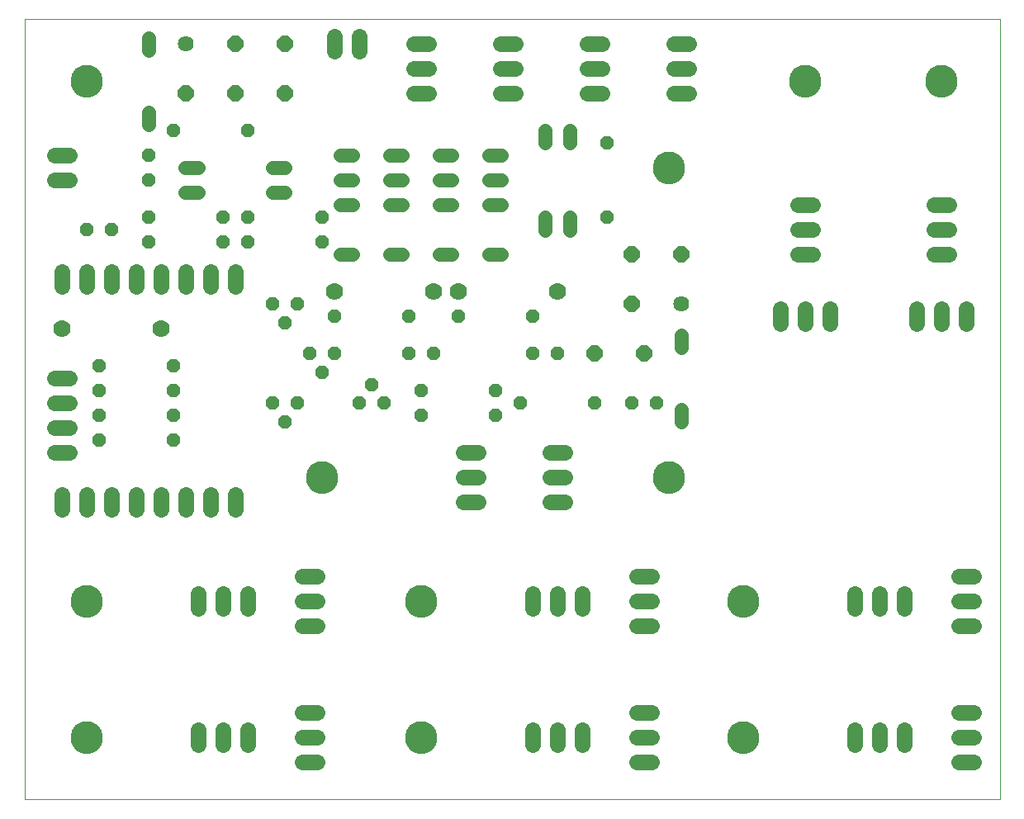
<source format=gbs>
G75*
%MOIN*%
%OFA0B0*%
%FSLAX25Y25*%
%IPPOS*%
%LPD*%
%AMOC8*
5,1,8,0,0,1.08239X$1,22.5*
%
%ADD10C,0.00000*%
%ADD11C,0.06400*%
%ADD12OC8,0.06400*%
%ADD13C,0.07000*%
%ADD14C,0.05600*%
%ADD15C,0.06400*%
%ADD16C,0.05550*%
%ADD17OC8,0.05600*%
%ADD18C,0.12998*%
D10*
X0002600Y0002600D02*
X0002600Y0317561D01*
X0396301Y0317561D01*
X0396301Y0002600D01*
X0002600Y0002600D01*
X0021301Y0027600D02*
X0021303Y0027758D01*
X0021309Y0027916D01*
X0021319Y0028074D01*
X0021333Y0028232D01*
X0021351Y0028389D01*
X0021372Y0028546D01*
X0021398Y0028702D01*
X0021428Y0028858D01*
X0021461Y0029013D01*
X0021499Y0029166D01*
X0021540Y0029319D01*
X0021585Y0029471D01*
X0021634Y0029622D01*
X0021687Y0029771D01*
X0021743Y0029919D01*
X0021803Y0030065D01*
X0021867Y0030210D01*
X0021935Y0030353D01*
X0022006Y0030495D01*
X0022080Y0030635D01*
X0022158Y0030772D01*
X0022240Y0030908D01*
X0022324Y0031042D01*
X0022413Y0031173D01*
X0022504Y0031302D01*
X0022599Y0031429D01*
X0022696Y0031554D01*
X0022797Y0031676D01*
X0022901Y0031795D01*
X0023008Y0031912D01*
X0023118Y0032026D01*
X0023231Y0032137D01*
X0023346Y0032246D01*
X0023464Y0032351D01*
X0023585Y0032453D01*
X0023708Y0032553D01*
X0023834Y0032649D01*
X0023962Y0032742D01*
X0024092Y0032832D01*
X0024225Y0032918D01*
X0024360Y0033002D01*
X0024496Y0033081D01*
X0024635Y0033158D01*
X0024776Y0033230D01*
X0024918Y0033300D01*
X0025062Y0033365D01*
X0025208Y0033427D01*
X0025355Y0033485D01*
X0025504Y0033540D01*
X0025654Y0033591D01*
X0025805Y0033638D01*
X0025957Y0033681D01*
X0026110Y0033720D01*
X0026265Y0033756D01*
X0026420Y0033787D01*
X0026576Y0033815D01*
X0026732Y0033839D01*
X0026889Y0033859D01*
X0027047Y0033875D01*
X0027204Y0033887D01*
X0027363Y0033895D01*
X0027521Y0033899D01*
X0027679Y0033899D01*
X0027837Y0033895D01*
X0027996Y0033887D01*
X0028153Y0033875D01*
X0028311Y0033859D01*
X0028468Y0033839D01*
X0028624Y0033815D01*
X0028780Y0033787D01*
X0028935Y0033756D01*
X0029090Y0033720D01*
X0029243Y0033681D01*
X0029395Y0033638D01*
X0029546Y0033591D01*
X0029696Y0033540D01*
X0029845Y0033485D01*
X0029992Y0033427D01*
X0030138Y0033365D01*
X0030282Y0033300D01*
X0030424Y0033230D01*
X0030565Y0033158D01*
X0030704Y0033081D01*
X0030840Y0033002D01*
X0030975Y0032918D01*
X0031108Y0032832D01*
X0031238Y0032742D01*
X0031366Y0032649D01*
X0031492Y0032553D01*
X0031615Y0032453D01*
X0031736Y0032351D01*
X0031854Y0032246D01*
X0031969Y0032137D01*
X0032082Y0032026D01*
X0032192Y0031912D01*
X0032299Y0031795D01*
X0032403Y0031676D01*
X0032504Y0031554D01*
X0032601Y0031429D01*
X0032696Y0031302D01*
X0032787Y0031173D01*
X0032876Y0031042D01*
X0032960Y0030908D01*
X0033042Y0030772D01*
X0033120Y0030635D01*
X0033194Y0030495D01*
X0033265Y0030353D01*
X0033333Y0030210D01*
X0033397Y0030065D01*
X0033457Y0029919D01*
X0033513Y0029771D01*
X0033566Y0029622D01*
X0033615Y0029471D01*
X0033660Y0029319D01*
X0033701Y0029166D01*
X0033739Y0029013D01*
X0033772Y0028858D01*
X0033802Y0028702D01*
X0033828Y0028546D01*
X0033849Y0028389D01*
X0033867Y0028232D01*
X0033881Y0028074D01*
X0033891Y0027916D01*
X0033897Y0027758D01*
X0033899Y0027600D01*
X0033897Y0027442D01*
X0033891Y0027284D01*
X0033881Y0027126D01*
X0033867Y0026968D01*
X0033849Y0026811D01*
X0033828Y0026654D01*
X0033802Y0026498D01*
X0033772Y0026342D01*
X0033739Y0026187D01*
X0033701Y0026034D01*
X0033660Y0025881D01*
X0033615Y0025729D01*
X0033566Y0025578D01*
X0033513Y0025429D01*
X0033457Y0025281D01*
X0033397Y0025135D01*
X0033333Y0024990D01*
X0033265Y0024847D01*
X0033194Y0024705D01*
X0033120Y0024565D01*
X0033042Y0024428D01*
X0032960Y0024292D01*
X0032876Y0024158D01*
X0032787Y0024027D01*
X0032696Y0023898D01*
X0032601Y0023771D01*
X0032504Y0023646D01*
X0032403Y0023524D01*
X0032299Y0023405D01*
X0032192Y0023288D01*
X0032082Y0023174D01*
X0031969Y0023063D01*
X0031854Y0022954D01*
X0031736Y0022849D01*
X0031615Y0022747D01*
X0031492Y0022647D01*
X0031366Y0022551D01*
X0031238Y0022458D01*
X0031108Y0022368D01*
X0030975Y0022282D01*
X0030840Y0022198D01*
X0030704Y0022119D01*
X0030565Y0022042D01*
X0030424Y0021970D01*
X0030282Y0021900D01*
X0030138Y0021835D01*
X0029992Y0021773D01*
X0029845Y0021715D01*
X0029696Y0021660D01*
X0029546Y0021609D01*
X0029395Y0021562D01*
X0029243Y0021519D01*
X0029090Y0021480D01*
X0028935Y0021444D01*
X0028780Y0021413D01*
X0028624Y0021385D01*
X0028468Y0021361D01*
X0028311Y0021341D01*
X0028153Y0021325D01*
X0027996Y0021313D01*
X0027837Y0021305D01*
X0027679Y0021301D01*
X0027521Y0021301D01*
X0027363Y0021305D01*
X0027204Y0021313D01*
X0027047Y0021325D01*
X0026889Y0021341D01*
X0026732Y0021361D01*
X0026576Y0021385D01*
X0026420Y0021413D01*
X0026265Y0021444D01*
X0026110Y0021480D01*
X0025957Y0021519D01*
X0025805Y0021562D01*
X0025654Y0021609D01*
X0025504Y0021660D01*
X0025355Y0021715D01*
X0025208Y0021773D01*
X0025062Y0021835D01*
X0024918Y0021900D01*
X0024776Y0021970D01*
X0024635Y0022042D01*
X0024496Y0022119D01*
X0024360Y0022198D01*
X0024225Y0022282D01*
X0024092Y0022368D01*
X0023962Y0022458D01*
X0023834Y0022551D01*
X0023708Y0022647D01*
X0023585Y0022747D01*
X0023464Y0022849D01*
X0023346Y0022954D01*
X0023231Y0023063D01*
X0023118Y0023174D01*
X0023008Y0023288D01*
X0022901Y0023405D01*
X0022797Y0023524D01*
X0022696Y0023646D01*
X0022599Y0023771D01*
X0022504Y0023898D01*
X0022413Y0024027D01*
X0022324Y0024158D01*
X0022240Y0024292D01*
X0022158Y0024428D01*
X0022080Y0024565D01*
X0022006Y0024705D01*
X0021935Y0024847D01*
X0021867Y0024990D01*
X0021803Y0025135D01*
X0021743Y0025281D01*
X0021687Y0025429D01*
X0021634Y0025578D01*
X0021585Y0025729D01*
X0021540Y0025881D01*
X0021499Y0026034D01*
X0021461Y0026187D01*
X0021428Y0026342D01*
X0021398Y0026498D01*
X0021372Y0026654D01*
X0021351Y0026811D01*
X0021333Y0026968D01*
X0021319Y0027126D01*
X0021309Y0027284D01*
X0021303Y0027442D01*
X0021301Y0027600D01*
X0021301Y0082600D02*
X0021303Y0082758D01*
X0021309Y0082916D01*
X0021319Y0083074D01*
X0021333Y0083232D01*
X0021351Y0083389D01*
X0021372Y0083546D01*
X0021398Y0083702D01*
X0021428Y0083858D01*
X0021461Y0084013D01*
X0021499Y0084166D01*
X0021540Y0084319D01*
X0021585Y0084471D01*
X0021634Y0084622D01*
X0021687Y0084771D01*
X0021743Y0084919D01*
X0021803Y0085065D01*
X0021867Y0085210D01*
X0021935Y0085353D01*
X0022006Y0085495D01*
X0022080Y0085635D01*
X0022158Y0085772D01*
X0022240Y0085908D01*
X0022324Y0086042D01*
X0022413Y0086173D01*
X0022504Y0086302D01*
X0022599Y0086429D01*
X0022696Y0086554D01*
X0022797Y0086676D01*
X0022901Y0086795D01*
X0023008Y0086912D01*
X0023118Y0087026D01*
X0023231Y0087137D01*
X0023346Y0087246D01*
X0023464Y0087351D01*
X0023585Y0087453D01*
X0023708Y0087553D01*
X0023834Y0087649D01*
X0023962Y0087742D01*
X0024092Y0087832D01*
X0024225Y0087918D01*
X0024360Y0088002D01*
X0024496Y0088081D01*
X0024635Y0088158D01*
X0024776Y0088230D01*
X0024918Y0088300D01*
X0025062Y0088365D01*
X0025208Y0088427D01*
X0025355Y0088485D01*
X0025504Y0088540D01*
X0025654Y0088591D01*
X0025805Y0088638D01*
X0025957Y0088681D01*
X0026110Y0088720D01*
X0026265Y0088756D01*
X0026420Y0088787D01*
X0026576Y0088815D01*
X0026732Y0088839D01*
X0026889Y0088859D01*
X0027047Y0088875D01*
X0027204Y0088887D01*
X0027363Y0088895D01*
X0027521Y0088899D01*
X0027679Y0088899D01*
X0027837Y0088895D01*
X0027996Y0088887D01*
X0028153Y0088875D01*
X0028311Y0088859D01*
X0028468Y0088839D01*
X0028624Y0088815D01*
X0028780Y0088787D01*
X0028935Y0088756D01*
X0029090Y0088720D01*
X0029243Y0088681D01*
X0029395Y0088638D01*
X0029546Y0088591D01*
X0029696Y0088540D01*
X0029845Y0088485D01*
X0029992Y0088427D01*
X0030138Y0088365D01*
X0030282Y0088300D01*
X0030424Y0088230D01*
X0030565Y0088158D01*
X0030704Y0088081D01*
X0030840Y0088002D01*
X0030975Y0087918D01*
X0031108Y0087832D01*
X0031238Y0087742D01*
X0031366Y0087649D01*
X0031492Y0087553D01*
X0031615Y0087453D01*
X0031736Y0087351D01*
X0031854Y0087246D01*
X0031969Y0087137D01*
X0032082Y0087026D01*
X0032192Y0086912D01*
X0032299Y0086795D01*
X0032403Y0086676D01*
X0032504Y0086554D01*
X0032601Y0086429D01*
X0032696Y0086302D01*
X0032787Y0086173D01*
X0032876Y0086042D01*
X0032960Y0085908D01*
X0033042Y0085772D01*
X0033120Y0085635D01*
X0033194Y0085495D01*
X0033265Y0085353D01*
X0033333Y0085210D01*
X0033397Y0085065D01*
X0033457Y0084919D01*
X0033513Y0084771D01*
X0033566Y0084622D01*
X0033615Y0084471D01*
X0033660Y0084319D01*
X0033701Y0084166D01*
X0033739Y0084013D01*
X0033772Y0083858D01*
X0033802Y0083702D01*
X0033828Y0083546D01*
X0033849Y0083389D01*
X0033867Y0083232D01*
X0033881Y0083074D01*
X0033891Y0082916D01*
X0033897Y0082758D01*
X0033899Y0082600D01*
X0033897Y0082442D01*
X0033891Y0082284D01*
X0033881Y0082126D01*
X0033867Y0081968D01*
X0033849Y0081811D01*
X0033828Y0081654D01*
X0033802Y0081498D01*
X0033772Y0081342D01*
X0033739Y0081187D01*
X0033701Y0081034D01*
X0033660Y0080881D01*
X0033615Y0080729D01*
X0033566Y0080578D01*
X0033513Y0080429D01*
X0033457Y0080281D01*
X0033397Y0080135D01*
X0033333Y0079990D01*
X0033265Y0079847D01*
X0033194Y0079705D01*
X0033120Y0079565D01*
X0033042Y0079428D01*
X0032960Y0079292D01*
X0032876Y0079158D01*
X0032787Y0079027D01*
X0032696Y0078898D01*
X0032601Y0078771D01*
X0032504Y0078646D01*
X0032403Y0078524D01*
X0032299Y0078405D01*
X0032192Y0078288D01*
X0032082Y0078174D01*
X0031969Y0078063D01*
X0031854Y0077954D01*
X0031736Y0077849D01*
X0031615Y0077747D01*
X0031492Y0077647D01*
X0031366Y0077551D01*
X0031238Y0077458D01*
X0031108Y0077368D01*
X0030975Y0077282D01*
X0030840Y0077198D01*
X0030704Y0077119D01*
X0030565Y0077042D01*
X0030424Y0076970D01*
X0030282Y0076900D01*
X0030138Y0076835D01*
X0029992Y0076773D01*
X0029845Y0076715D01*
X0029696Y0076660D01*
X0029546Y0076609D01*
X0029395Y0076562D01*
X0029243Y0076519D01*
X0029090Y0076480D01*
X0028935Y0076444D01*
X0028780Y0076413D01*
X0028624Y0076385D01*
X0028468Y0076361D01*
X0028311Y0076341D01*
X0028153Y0076325D01*
X0027996Y0076313D01*
X0027837Y0076305D01*
X0027679Y0076301D01*
X0027521Y0076301D01*
X0027363Y0076305D01*
X0027204Y0076313D01*
X0027047Y0076325D01*
X0026889Y0076341D01*
X0026732Y0076361D01*
X0026576Y0076385D01*
X0026420Y0076413D01*
X0026265Y0076444D01*
X0026110Y0076480D01*
X0025957Y0076519D01*
X0025805Y0076562D01*
X0025654Y0076609D01*
X0025504Y0076660D01*
X0025355Y0076715D01*
X0025208Y0076773D01*
X0025062Y0076835D01*
X0024918Y0076900D01*
X0024776Y0076970D01*
X0024635Y0077042D01*
X0024496Y0077119D01*
X0024360Y0077198D01*
X0024225Y0077282D01*
X0024092Y0077368D01*
X0023962Y0077458D01*
X0023834Y0077551D01*
X0023708Y0077647D01*
X0023585Y0077747D01*
X0023464Y0077849D01*
X0023346Y0077954D01*
X0023231Y0078063D01*
X0023118Y0078174D01*
X0023008Y0078288D01*
X0022901Y0078405D01*
X0022797Y0078524D01*
X0022696Y0078646D01*
X0022599Y0078771D01*
X0022504Y0078898D01*
X0022413Y0079027D01*
X0022324Y0079158D01*
X0022240Y0079292D01*
X0022158Y0079428D01*
X0022080Y0079565D01*
X0022006Y0079705D01*
X0021935Y0079847D01*
X0021867Y0079990D01*
X0021803Y0080135D01*
X0021743Y0080281D01*
X0021687Y0080429D01*
X0021634Y0080578D01*
X0021585Y0080729D01*
X0021540Y0080881D01*
X0021499Y0081034D01*
X0021461Y0081187D01*
X0021428Y0081342D01*
X0021398Y0081498D01*
X0021372Y0081654D01*
X0021351Y0081811D01*
X0021333Y0081968D01*
X0021319Y0082126D01*
X0021309Y0082284D01*
X0021303Y0082442D01*
X0021301Y0082600D01*
X0116301Y0132600D02*
X0116303Y0132758D01*
X0116309Y0132916D01*
X0116319Y0133074D01*
X0116333Y0133232D01*
X0116351Y0133389D01*
X0116372Y0133546D01*
X0116398Y0133702D01*
X0116428Y0133858D01*
X0116461Y0134013D01*
X0116499Y0134166D01*
X0116540Y0134319D01*
X0116585Y0134471D01*
X0116634Y0134622D01*
X0116687Y0134771D01*
X0116743Y0134919D01*
X0116803Y0135065D01*
X0116867Y0135210D01*
X0116935Y0135353D01*
X0117006Y0135495D01*
X0117080Y0135635D01*
X0117158Y0135772D01*
X0117240Y0135908D01*
X0117324Y0136042D01*
X0117413Y0136173D01*
X0117504Y0136302D01*
X0117599Y0136429D01*
X0117696Y0136554D01*
X0117797Y0136676D01*
X0117901Y0136795D01*
X0118008Y0136912D01*
X0118118Y0137026D01*
X0118231Y0137137D01*
X0118346Y0137246D01*
X0118464Y0137351D01*
X0118585Y0137453D01*
X0118708Y0137553D01*
X0118834Y0137649D01*
X0118962Y0137742D01*
X0119092Y0137832D01*
X0119225Y0137918D01*
X0119360Y0138002D01*
X0119496Y0138081D01*
X0119635Y0138158D01*
X0119776Y0138230D01*
X0119918Y0138300D01*
X0120062Y0138365D01*
X0120208Y0138427D01*
X0120355Y0138485D01*
X0120504Y0138540D01*
X0120654Y0138591D01*
X0120805Y0138638D01*
X0120957Y0138681D01*
X0121110Y0138720D01*
X0121265Y0138756D01*
X0121420Y0138787D01*
X0121576Y0138815D01*
X0121732Y0138839D01*
X0121889Y0138859D01*
X0122047Y0138875D01*
X0122204Y0138887D01*
X0122363Y0138895D01*
X0122521Y0138899D01*
X0122679Y0138899D01*
X0122837Y0138895D01*
X0122996Y0138887D01*
X0123153Y0138875D01*
X0123311Y0138859D01*
X0123468Y0138839D01*
X0123624Y0138815D01*
X0123780Y0138787D01*
X0123935Y0138756D01*
X0124090Y0138720D01*
X0124243Y0138681D01*
X0124395Y0138638D01*
X0124546Y0138591D01*
X0124696Y0138540D01*
X0124845Y0138485D01*
X0124992Y0138427D01*
X0125138Y0138365D01*
X0125282Y0138300D01*
X0125424Y0138230D01*
X0125565Y0138158D01*
X0125704Y0138081D01*
X0125840Y0138002D01*
X0125975Y0137918D01*
X0126108Y0137832D01*
X0126238Y0137742D01*
X0126366Y0137649D01*
X0126492Y0137553D01*
X0126615Y0137453D01*
X0126736Y0137351D01*
X0126854Y0137246D01*
X0126969Y0137137D01*
X0127082Y0137026D01*
X0127192Y0136912D01*
X0127299Y0136795D01*
X0127403Y0136676D01*
X0127504Y0136554D01*
X0127601Y0136429D01*
X0127696Y0136302D01*
X0127787Y0136173D01*
X0127876Y0136042D01*
X0127960Y0135908D01*
X0128042Y0135772D01*
X0128120Y0135635D01*
X0128194Y0135495D01*
X0128265Y0135353D01*
X0128333Y0135210D01*
X0128397Y0135065D01*
X0128457Y0134919D01*
X0128513Y0134771D01*
X0128566Y0134622D01*
X0128615Y0134471D01*
X0128660Y0134319D01*
X0128701Y0134166D01*
X0128739Y0134013D01*
X0128772Y0133858D01*
X0128802Y0133702D01*
X0128828Y0133546D01*
X0128849Y0133389D01*
X0128867Y0133232D01*
X0128881Y0133074D01*
X0128891Y0132916D01*
X0128897Y0132758D01*
X0128899Y0132600D01*
X0128897Y0132442D01*
X0128891Y0132284D01*
X0128881Y0132126D01*
X0128867Y0131968D01*
X0128849Y0131811D01*
X0128828Y0131654D01*
X0128802Y0131498D01*
X0128772Y0131342D01*
X0128739Y0131187D01*
X0128701Y0131034D01*
X0128660Y0130881D01*
X0128615Y0130729D01*
X0128566Y0130578D01*
X0128513Y0130429D01*
X0128457Y0130281D01*
X0128397Y0130135D01*
X0128333Y0129990D01*
X0128265Y0129847D01*
X0128194Y0129705D01*
X0128120Y0129565D01*
X0128042Y0129428D01*
X0127960Y0129292D01*
X0127876Y0129158D01*
X0127787Y0129027D01*
X0127696Y0128898D01*
X0127601Y0128771D01*
X0127504Y0128646D01*
X0127403Y0128524D01*
X0127299Y0128405D01*
X0127192Y0128288D01*
X0127082Y0128174D01*
X0126969Y0128063D01*
X0126854Y0127954D01*
X0126736Y0127849D01*
X0126615Y0127747D01*
X0126492Y0127647D01*
X0126366Y0127551D01*
X0126238Y0127458D01*
X0126108Y0127368D01*
X0125975Y0127282D01*
X0125840Y0127198D01*
X0125704Y0127119D01*
X0125565Y0127042D01*
X0125424Y0126970D01*
X0125282Y0126900D01*
X0125138Y0126835D01*
X0124992Y0126773D01*
X0124845Y0126715D01*
X0124696Y0126660D01*
X0124546Y0126609D01*
X0124395Y0126562D01*
X0124243Y0126519D01*
X0124090Y0126480D01*
X0123935Y0126444D01*
X0123780Y0126413D01*
X0123624Y0126385D01*
X0123468Y0126361D01*
X0123311Y0126341D01*
X0123153Y0126325D01*
X0122996Y0126313D01*
X0122837Y0126305D01*
X0122679Y0126301D01*
X0122521Y0126301D01*
X0122363Y0126305D01*
X0122204Y0126313D01*
X0122047Y0126325D01*
X0121889Y0126341D01*
X0121732Y0126361D01*
X0121576Y0126385D01*
X0121420Y0126413D01*
X0121265Y0126444D01*
X0121110Y0126480D01*
X0120957Y0126519D01*
X0120805Y0126562D01*
X0120654Y0126609D01*
X0120504Y0126660D01*
X0120355Y0126715D01*
X0120208Y0126773D01*
X0120062Y0126835D01*
X0119918Y0126900D01*
X0119776Y0126970D01*
X0119635Y0127042D01*
X0119496Y0127119D01*
X0119360Y0127198D01*
X0119225Y0127282D01*
X0119092Y0127368D01*
X0118962Y0127458D01*
X0118834Y0127551D01*
X0118708Y0127647D01*
X0118585Y0127747D01*
X0118464Y0127849D01*
X0118346Y0127954D01*
X0118231Y0128063D01*
X0118118Y0128174D01*
X0118008Y0128288D01*
X0117901Y0128405D01*
X0117797Y0128524D01*
X0117696Y0128646D01*
X0117599Y0128771D01*
X0117504Y0128898D01*
X0117413Y0129027D01*
X0117324Y0129158D01*
X0117240Y0129292D01*
X0117158Y0129428D01*
X0117080Y0129565D01*
X0117006Y0129705D01*
X0116935Y0129847D01*
X0116867Y0129990D01*
X0116803Y0130135D01*
X0116743Y0130281D01*
X0116687Y0130429D01*
X0116634Y0130578D01*
X0116585Y0130729D01*
X0116540Y0130881D01*
X0116499Y0131034D01*
X0116461Y0131187D01*
X0116428Y0131342D01*
X0116398Y0131498D01*
X0116372Y0131654D01*
X0116351Y0131811D01*
X0116333Y0131968D01*
X0116319Y0132126D01*
X0116309Y0132284D01*
X0116303Y0132442D01*
X0116301Y0132600D01*
X0156301Y0082600D02*
X0156303Y0082758D01*
X0156309Y0082916D01*
X0156319Y0083074D01*
X0156333Y0083232D01*
X0156351Y0083389D01*
X0156372Y0083546D01*
X0156398Y0083702D01*
X0156428Y0083858D01*
X0156461Y0084013D01*
X0156499Y0084166D01*
X0156540Y0084319D01*
X0156585Y0084471D01*
X0156634Y0084622D01*
X0156687Y0084771D01*
X0156743Y0084919D01*
X0156803Y0085065D01*
X0156867Y0085210D01*
X0156935Y0085353D01*
X0157006Y0085495D01*
X0157080Y0085635D01*
X0157158Y0085772D01*
X0157240Y0085908D01*
X0157324Y0086042D01*
X0157413Y0086173D01*
X0157504Y0086302D01*
X0157599Y0086429D01*
X0157696Y0086554D01*
X0157797Y0086676D01*
X0157901Y0086795D01*
X0158008Y0086912D01*
X0158118Y0087026D01*
X0158231Y0087137D01*
X0158346Y0087246D01*
X0158464Y0087351D01*
X0158585Y0087453D01*
X0158708Y0087553D01*
X0158834Y0087649D01*
X0158962Y0087742D01*
X0159092Y0087832D01*
X0159225Y0087918D01*
X0159360Y0088002D01*
X0159496Y0088081D01*
X0159635Y0088158D01*
X0159776Y0088230D01*
X0159918Y0088300D01*
X0160062Y0088365D01*
X0160208Y0088427D01*
X0160355Y0088485D01*
X0160504Y0088540D01*
X0160654Y0088591D01*
X0160805Y0088638D01*
X0160957Y0088681D01*
X0161110Y0088720D01*
X0161265Y0088756D01*
X0161420Y0088787D01*
X0161576Y0088815D01*
X0161732Y0088839D01*
X0161889Y0088859D01*
X0162047Y0088875D01*
X0162204Y0088887D01*
X0162363Y0088895D01*
X0162521Y0088899D01*
X0162679Y0088899D01*
X0162837Y0088895D01*
X0162996Y0088887D01*
X0163153Y0088875D01*
X0163311Y0088859D01*
X0163468Y0088839D01*
X0163624Y0088815D01*
X0163780Y0088787D01*
X0163935Y0088756D01*
X0164090Y0088720D01*
X0164243Y0088681D01*
X0164395Y0088638D01*
X0164546Y0088591D01*
X0164696Y0088540D01*
X0164845Y0088485D01*
X0164992Y0088427D01*
X0165138Y0088365D01*
X0165282Y0088300D01*
X0165424Y0088230D01*
X0165565Y0088158D01*
X0165704Y0088081D01*
X0165840Y0088002D01*
X0165975Y0087918D01*
X0166108Y0087832D01*
X0166238Y0087742D01*
X0166366Y0087649D01*
X0166492Y0087553D01*
X0166615Y0087453D01*
X0166736Y0087351D01*
X0166854Y0087246D01*
X0166969Y0087137D01*
X0167082Y0087026D01*
X0167192Y0086912D01*
X0167299Y0086795D01*
X0167403Y0086676D01*
X0167504Y0086554D01*
X0167601Y0086429D01*
X0167696Y0086302D01*
X0167787Y0086173D01*
X0167876Y0086042D01*
X0167960Y0085908D01*
X0168042Y0085772D01*
X0168120Y0085635D01*
X0168194Y0085495D01*
X0168265Y0085353D01*
X0168333Y0085210D01*
X0168397Y0085065D01*
X0168457Y0084919D01*
X0168513Y0084771D01*
X0168566Y0084622D01*
X0168615Y0084471D01*
X0168660Y0084319D01*
X0168701Y0084166D01*
X0168739Y0084013D01*
X0168772Y0083858D01*
X0168802Y0083702D01*
X0168828Y0083546D01*
X0168849Y0083389D01*
X0168867Y0083232D01*
X0168881Y0083074D01*
X0168891Y0082916D01*
X0168897Y0082758D01*
X0168899Y0082600D01*
X0168897Y0082442D01*
X0168891Y0082284D01*
X0168881Y0082126D01*
X0168867Y0081968D01*
X0168849Y0081811D01*
X0168828Y0081654D01*
X0168802Y0081498D01*
X0168772Y0081342D01*
X0168739Y0081187D01*
X0168701Y0081034D01*
X0168660Y0080881D01*
X0168615Y0080729D01*
X0168566Y0080578D01*
X0168513Y0080429D01*
X0168457Y0080281D01*
X0168397Y0080135D01*
X0168333Y0079990D01*
X0168265Y0079847D01*
X0168194Y0079705D01*
X0168120Y0079565D01*
X0168042Y0079428D01*
X0167960Y0079292D01*
X0167876Y0079158D01*
X0167787Y0079027D01*
X0167696Y0078898D01*
X0167601Y0078771D01*
X0167504Y0078646D01*
X0167403Y0078524D01*
X0167299Y0078405D01*
X0167192Y0078288D01*
X0167082Y0078174D01*
X0166969Y0078063D01*
X0166854Y0077954D01*
X0166736Y0077849D01*
X0166615Y0077747D01*
X0166492Y0077647D01*
X0166366Y0077551D01*
X0166238Y0077458D01*
X0166108Y0077368D01*
X0165975Y0077282D01*
X0165840Y0077198D01*
X0165704Y0077119D01*
X0165565Y0077042D01*
X0165424Y0076970D01*
X0165282Y0076900D01*
X0165138Y0076835D01*
X0164992Y0076773D01*
X0164845Y0076715D01*
X0164696Y0076660D01*
X0164546Y0076609D01*
X0164395Y0076562D01*
X0164243Y0076519D01*
X0164090Y0076480D01*
X0163935Y0076444D01*
X0163780Y0076413D01*
X0163624Y0076385D01*
X0163468Y0076361D01*
X0163311Y0076341D01*
X0163153Y0076325D01*
X0162996Y0076313D01*
X0162837Y0076305D01*
X0162679Y0076301D01*
X0162521Y0076301D01*
X0162363Y0076305D01*
X0162204Y0076313D01*
X0162047Y0076325D01*
X0161889Y0076341D01*
X0161732Y0076361D01*
X0161576Y0076385D01*
X0161420Y0076413D01*
X0161265Y0076444D01*
X0161110Y0076480D01*
X0160957Y0076519D01*
X0160805Y0076562D01*
X0160654Y0076609D01*
X0160504Y0076660D01*
X0160355Y0076715D01*
X0160208Y0076773D01*
X0160062Y0076835D01*
X0159918Y0076900D01*
X0159776Y0076970D01*
X0159635Y0077042D01*
X0159496Y0077119D01*
X0159360Y0077198D01*
X0159225Y0077282D01*
X0159092Y0077368D01*
X0158962Y0077458D01*
X0158834Y0077551D01*
X0158708Y0077647D01*
X0158585Y0077747D01*
X0158464Y0077849D01*
X0158346Y0077954D01*
X0158231Y0078063D01*
X0158118Y0078174D01*
X0158008Y0078288D01*
X0157901Y0078405D01*
X0157797Y0078524D01*
X0157696Y0078646D01*
X0157599Y0078771D01*
X0157504Y0078898D01*
X0157413Y0079027D01*
X0157324Y0079158D01*
X0157240Y0079292D01*
X0157158Y0079428D01*
X0157080Y0079565D01*
X0157006Y0079705D01*
X0156935Y0079847D01*
X0156867Y0079990D01*
X0156803Y0080135D01*
X0156743Y0080281D01*
X0156687Y0080429D01*
X0156634Y0080578D01*
X0156585Y0080729D01*
X0156540Y0080881D01*
X0156499Y0081034D01*
X0156461Y0081187D01*
X0156428Y0081342D01*
X0156398Y0081498D01*
X0156372Y0081654D01*
X0156351Y0081811D01*
X0156333Y0081968D01*
X0156319Y0082126D01*
X0156309Y0082284D01*
X0156303Y0082442D01*
X0156301Y0082600D01*
X0156301Y0027600D02*
X0156303Y0027758D01*
X0156309Y0027916D01*
X0156319Y0028074D01*
X0156333Y0028232D01*
X0156351Y0028389D01*
X0156372Y0028546D01*
X0156398Y0028702D01*
X0156428Y0028858D01*
X0156461Y0029013D01*
X0156499Y0029166D01*
X0156540Y0029319D01*
X0156585Y0029471D01*
X0156634Y0029622D01*
X0156687Y0029771D01*
X0156743Y0029919D01*
X0156803Y0030065D01*
X0156867Y0030210D01*
X0156935Y0030353D01*
X0157006Y0030495D01*
X0157080Y0030635D01*
X0157158Y0030772D01*
X0157240Y0030908D01*
X0157324Y0031042D01*
X0157413Y0031173D01*
X0157504Y0031302D01*
X0157599Y0031429D01*
X0157696Y0031554D01*
X0157797Y0031676D01*
X0157901Y0031795D01*
X0158008Y0031912D01*
X0158118Y0032026D01*
X0158231Y0032137D01*
X0158346Y0032246D01*
X0158464Y0032351D01*
X0158585Y0032453D01*
X0158708Y0032553D01*
X0158834Y0032649D01*
X0158962Y0032742D01*
X0159092Y0032832D01*
X0159225Y0032918D01*
X0159360Y0033002D01*
X0159496Y0033081D01*
X0159635Y0033158D01*
X0159776Y0033230D01*
X0159918Y0033300D01*
X0160062Y0033365D01*
X0160208Y0033427D01*
X0160355Y0033485D01*
X0160504Y0033540D01*
X0160654Y0033591D01*
X0160805Y0033638D01*
X0160957Y0033681D01*
X0161110Y0033720D01*
X0161265Y0033756D01*
X0161420Y0033787D01*
X0161576Y0033815D01*
X0161732Y0033839D01*
X0161889Y0033859D01*
X0162047Y0033875D01*
X0162204Y0033887D01*
X0162363Y0033895D01*
X0162521Y0033899D01*
X0162679Y0033899D01*
X0162837Y0033895D01*
X0162996Y0033887D01*
X0163153Y0033875D01*
X0163311Y0033859D01*
X0163468Y0033839D01*
X0163624Y0033815D01*
X0163780Y0033787D01*
X0163935Y0033756D01*
X0164090Y0033720D01*
X0164243Y0033681D01*
X0164395Y0033638D01*
X0164546Y0033591D01*
X0164696Y0033540D01*
X0164845Y0033485D01*
X0164992Y0033427D01*
X0165138Y0033365D01*
X0165282Y0033300D01*
X0165424Y0033230D01*
X0165565Y0033158D01*
X0165704Y0033081D01*
X0165840Y0033002D01*
X0165975Y0032918D01*
X0166108Y0032832D01*
X0166238Y0032742D01*
X0166366Y0032649D01*
X0166492Y0032553D01*
X0166615Y0032453D01*
X0166736Y0032351D01*
X0166854Y0032246D01*
X0166969Y0032137D01*
X0167082Y0032026D01*
X0167192Y0031912D01*
X0167299Y0031795D01*
X0167403Y0031676D01*
X0167504Y0031554D01*
X0167601Y0031429D01*
X0167696Y0031302D01*
X0167787Y0031173D01*
X0167876Y0031042D01*
X0167960Y0030908D01*
X0168042Y0030772D01*
X0168120Y0030635D01*
X0168194Y0030495D01*
X0168265Y0030353D01*
X0168333Y0030210D01*
X0168397Y0030065D01*
X0168457Y0029919D01*
X0168513Y0029771D01*
X0168566Y0029622D01*
X0168615Y0029471D01*
X0168660Y0029319D01*
X0168701Y0029166D01*
X0168739Y0029013D01*
X0168772Y0028858D01*
X0168802Y0028702D01*
X0168828Y0028546D01*
X0168849Y0028389D01*
X0168867Y0028232D01*
X0168881Y0028074D01*
X0168891Y0027916D01*
X0168897Y0027758D01*
X0168899Y0027600D01*
X0168897Y0027442D01*
X0168891Y0027284D01*
X0168881Y0027126D01*
X0168867Y0026968D01*
X0168849Y0026811D01*
X0168828Y0026654D01*
X0168802Y0026498D01*
X0168772Y0026342D01*
X0168739Y0026187D01*
X0168701Y0026034D01*
X0168660Y0025881D01*
X0168615Y0025729D01*
X0168566Y0025578D01*
X0168513Y0025429D01*
X0168457Y0025281D01*
X0168397Y0025135D01*
X0168333Y0024990D01*
X0168265Y0024847D01*
X0168194Y0024705D01*
X0168120Y0024565D01*
X0168042Y0024428D01*
X0167960Y0024292D01*
X0167876Y0024158D01*
X0167787Y0024027D01*
X0167696Y0023898D01*
X0167601Y0023771D01*
X0167504Y0023646D01*
X0167403Y0023524D01*
X0167299Y0023405D01*
X0167192Y0023288D01*
X0167082Y0023174D01*
X0166969Y0023063D01*
X0166854Y0022954D01*
X0166736Y0022849D01*
X0166615Y0022747D01*
X0166492Y0022647D01*
X0166366Y0022551D01*
X0166238Y0022458D01*
X0166108Y0022368D01*
X0165975Y0022282D01*
X0165840Y0022198D01*
X0165704Y0022119D01*
X0165565Y0022042D01*
X0165424Y0021970D01*
X0165282Y0021900D01*
X0165138Y0021835D01*
X0164992Y0021773D01*
X0164845Y0021715D01*
X0164696Y0021660D01*
X0164546Y0021609D01*
X0164395Y0021562D01*
X0164243Y0021519D01*
X0164090Y0021480D01*
X0163935Y0021444D01*
X0163780Y0021413D01*
X0163624Y0021385D01*
X0163468Y0021361D01*
X0163311Y0021341D01*
X0163153Y0021325D01*
X0162996Y0021313D01*
X0162837Y0021305D01*
X0162679Y0021301D01*
X0162521Y0021301D01*
X0162363Y0021305D01*
X0162204Y0021313D01*
X0162047Y0021325D01*
X0161889Y0021341D01*
X0161732Y0021361D01*
X0161576Y0021385D01*
X0161420Y0021413D01*
X0161265Y0021444D01*
X0161110Y0021480D01*
X0160957Y0021519D01*
X0160805Y0021562D01*
X0160654Y0021609D01*
X0160504Y0021660D01*
X0160355Y0021715D01*
X0160208Y0021773D01*
X0160062Y0021835D01*
X0159918Y0021900D01*
X0159776Y0021970D01*
X0159635Y0022042D01*
X0159496Y0022119D01*
X0159360Y0022198D01*
X0159225Y0022282D01*
X0159092Y0022368D01*
X0158962Y0022458D01*
X0158834Y0022551D01*
X0158708Y0022647D01*
X0158585Y0022747D01*
X0158464Y0022849D01*
X0158346Y0022954D01*
X0158231Y0023063D01*
X0158118Y0023174D01*
X0158008Y0023288D01*
X0157901Y0023405D01*
X0157797Y0023524D01*
X0157696Y0023646D01*
X0157599Y0023771D01*
X0157504Y0023898D01*
X0157413Y0024027D01*
X0157324Y0024158D01*
X0157240Y0024292D01*
X0157158Y0024428D01*
X0157080Y0024565D01*
X0157006Y0024705D01*
X0156935Y0024847D01*
X0156867Y0024990D01*
X0156803Y0025135D01*
X0156743Y0025281D01*
X0156687Y0025429D01*
X0156634Y0025578D01*
X0156585Y0025729D01*
X0156540Y0025881D01*
X0156499Y0026034D01*
X0156461Y0026187D01*
X0156428Y0026342D01*
X0156398Y0026498D01*
X0156372Y0026654D01*
X0156351Y0026811D01*
X0156333Y0026968D01*
X0156319Y0027126D01*
X0156309Y0027284D01*
X0156303Y0027442D01*
X0156301Y0027600D01*
X0256301Y0132600D02*
X0256303Y0132758D01*
X0256309Y0132916D01*
X0256319Y0133074D01*
X0256333Y0133232D01*
X0256351Y0133389D01*
X0256372Y0133546D01*
X0256398Y0133702D01*
X0256428Y0133858D01*
X0256461Y0134013D01*
X0256499Y0134166D01*
X0256540Y0134319D01*
X0256585Y0134471D01*
X0256634Y0134622D01*
X0256687Y0134771D01*
X0256743Y0134919D01*
X0256803Y0135065D01*
X0256867Y0135210D01*
X0256935Y0135353D01*
X0257006Y0135495D01*
X0257080Y0135635D01*
X0257158Y0135772D01*
X0257240Y0135908D01*
X0257324Y0136042D01*
X0257413Y0136173D01*
X0257504Y0136302D01*
X0257599Y0136429D01*
X0257696Y0136554D01*
X0257797Y0136676D01*
X0257901Y0136795D01*
X0258008Y0136912D01*
X0258118Y0137026D01*
X0258231Y0137137D01*
X0258346Y0137246D01*
X0258464Y0137351D01*
X0258585Y0137453D01*
X0258708Y0137553D01*
X0258834Y0137649D01*
X0258962Y0137742D01*
X0259092Y0137832D01*
X0259225Y0137918D01*
X0259360Y0138002D01*
X0259496Y0138081D01*
X0259635Y0138158D01*
X0259776Y0138230D01*
X0259918Y0138300D01*
X0260062Y0138365D01*
X0260208Y0138427D01*
X0260355Y0138485D01*
X0260504Y0138540D01*
X0260654Y0138591D01*
X0260805Y0138638D01*
X0260957Y0138681D01*
X0261110Y0138720D01*
X0261265Y0138756D01*
X0261420Y0138787D01*
X0261576Y0138815D01*
X0261732Y0138839D01*
X0261889Y0138859D01*
X0262047Y0138875D01*
X0262204Y0138887D01*
X0262363Y0138895D01*
X0262521Y0138899D01*
X0262679Y0138899D01*
X0262837Y0138895D01*
X0262996Y0138887D01*
X0263153Y0138875D01*
X0263311Y0138859D01*
X0263468Y0138839D01*
X0263624Y0138815D01*
X0263780Y0138787D01*
X0263935Y0138756D01*
X0264090Y0138720D01*
X0264243Y0138681D01*
X0264395Y0138638D01*
X0264546Y0138591D01*
X0264696Y0138540D01*
X0264845Y0138485D01*
X0264992Y0138427D01*
X0265138Y0138365D01*
X0265282Y0138300D01*
X0265424Y0138230D01*
X0265565Y0138158D01*
X0265704Y0138081D01*
X0265840Y0138002D01*
X0265975Y0137918D01*
X0266108Y0137832D01*
X0266238Y0137742D01*
X0266366Y0137649D01*
X0266492Y0137553D01*
X0266615Y0137453D01*
X0266736Y0137351D01*
X0266854Y0137246D01*
X0266969Y0137137D01*
X0267082Y0137026D01*
X0267192Y0136912D01*
X0267299Y0136795D01*
X0267403Y0136676D01*
X0267504Y0136554D01*
X0267601Y0136429D01*
X0267696Y0136302D01*
X0267787Y0136173D01*
X0267876Y0136042D01*
X0267960Y0135908D01*
X0268042Y0135772D01*
X0268120Y0135635D01*
X0268194Y0135495D01*
X0268265Y0135353D01*
X0268333Y0135210D01*
X0268397Y0135065D01*
X0268457Y0134919D01*
X0268513Y0134771D01*
X0268566Y0134622D01*
X0268615Y0134471D01*
X0268660Y0134319D01*
X0268701Y0134166D01*
X0268739Y0134013D01*
X0268772Y0133858D01*
X0268802Y0133702D01*
X0268828Y0133546D01*
X0268849Y0133389D01*
X0268867Y0133232D01*
X0268881Y0133074D01*
X0268891Y0132916D01*
X0268897Y0132758D01*
X0268899Y0132600D01*
X0268897Y0132442D01*
X0268891Y0132284D01*
X0268881Y0132126D01*
X0268867Y0131968D01*
X0268849Y0131811D01*
X0268828Y0131654D01*
X0268802Y0131498D01*
X0268772Y0131342D01*
X0268739Y0131187D01*
X0268701Y0131034D01*
X0268660Y0130881D01*
X0268615Y0130729D01*
X0268566Y0130578D01*
X0268513Y0130429D01*
X0268457Y0130281D01*
X0268397Y0130135D01*
X0268333Y0129990D01*
X0268265Y0129847D01*
X0268194Y0129705D01*
X0268120Y0129565D01*
X0268042Y0129428D01*
X0267960Y0129292D01*
X0267876Y0129158D01*
X0267787Y0129027D01*
X0267696Y0128898D01*
X0267601Y0128771D01*
X0267504Y0128646D01*
X0267403Y0128524D01*
X0267299Y0128405D01*
X0267192Y0128288D01*
X0267082Y0128174D01*
X0266969Y0128063D01*
X0266854Y0127954D01*
X0266736Y0127849D01*
X0266615Y0127747D01*
X0266492Y0127647D01*
X0266366Y0127551D01*
X0266238Y0127458D01*
X0266108Y0127368D01*
X0265975Y0127282D01*
X0265840Y0127198D01*
X0265704Y0127119D01*
X0265565Y0127042D01*
X0265424Y0126970D01*
X0265282Y0126900D01*
X0265138Y0126835D01*
X0264992Y0126773D01*
X0264845Y0126715D01*
X0264696Y0126660D01*
X0264546Y0126609D01*
X0264395Y0126562D01*
X0264243Y0126519D01*
X0264090Y0126480D01*
X0263935Y0126444D01*
X0263780Y0126413D01*
X0263624Y0126385D01*
X0263468Y0126361D01*
X0263311Y0126341D01*
X0263153Y0126325D01*
X0262996Y0126313D01*
X0262837Y0126305D01*
X0262679Y0126301D01*
X0262521Y0126301D01*
X0262363Y0126305D01*
X0262204Y0126313D01*
X0262047Y0126325D01*
X0261889Y0126341D01*
X0261732Y0126361D01*
X0261576Y0126385D01*
X0261420Y0126413D01*
X0261265Y0126444D01*
X0261110Y0126480D01*
X0260957Y0126519D01*
X0260805Y0126562D01*
X0260654Y0126609D01*
X0260504Y0126660D01*
X0260355Y0126715D01*
X0260208Y0126773D01*
X0260062Y0126835D01*
X0259918Y0126900D01*
X0259776Y0126970D01*
X0259635Y0127042D01*
X0259496Y0127119D01*
X0259360Y0127198D01*
X0259225Y0127282D01*
X0259092Y0127368D01*
X0258962Y0127458D01*
X0258834Y0127551D01*
X0258708Y0127647D01*
X0258585Y0127747D01*
X0258464Y0127849D01*
X0258346Y0127954D01*
X0258231Y0128063D01*
X0258118Y0128174D01*
X0258008Y0128288D01*
X0257901Y0128405D01*
X0257797Y0128524D01*
X0257696Y0128646D01*
X0257599Y0128771D01*
X0257504Y0128898D01*
X0257413Y0129027D01*
X0257324Y0129158D01*
X0257240Y0129292D01*
X0257158Y0129428D01*
X0257080Y0129565D01*
X0257006Y0129705D01*
X0256935Y0129847D01*
X0256867Y0129990D01*
X0256803Y0130135D01*
X0256743Y0130281D01*
X0256687Y0130429D01*
X0256634Y0130578D01*
X0256585Y0130729D01*
X0256540Y0130881D01*
X0256499Y0131034D01*
X0256461Y0131187D01*
X0256428Y0131342D01*
X0256398Y0131498D01*
X0256372Y0131654D01*
X0256351Y0131811D01*
X0256333Y0131968D01*
X0256319Y0132126D01*
X0256309Y0132284D01*
X0256303Y0132442D01*
X0256301Y0132600D01*
X0286301Y0082600D02*
X0286303Y0082758D01*
X0286309Y0082916D01*
X0286319Y0083074D01*
X0286333Y0083232D01*
X0286351Y0083389D01*
X0286372Y0083546D01*
X0286398Y0083702D01*
X0286428Y0083858D01*
X0286461Y0084013D01*
X0286499Y0084166D01*
X0286540Y0084319D01*
X0286585Y0084471D01*
X0286634Y0084622D01*
X0286687Y0084771D01*
X0286743Y0084919D01*
X0286803Y0085065D01*
X0286867Y0085210D01*
X0286935Y0085353D01*
X0287006Y0085495D01*
X0287080Y0085635D01*
X0287158Y0085772D01*
X0287240Y0085908D01*
X0287324Y0086042D01*
X0287413Y0086173D01*
X0287504Y0086302D01*
X0287599Y0086429D01*
X0287696Y0086554D01*
X0287797Y0086676D01*
X0287901Y0086795D01*
X0288008Y0086912D01*
X0288118Y0087026D01*
X0288231Y0087137D01*
X0288346Y0087246D01*
X0288464Y0087351D01*
X0288585Y0087453D01*
X0288708Y0087553D01*
X0288834Y0087649D01*
X0288962Y0087742D01*
X0289092Y0087832D01*
X0289225Y0087918D01*
X0289360Y0088002D01*
X0289496Y0088081D01*
X0289635Y0088158D01*
X0289776Y0088230D01*
X0289918Y0088300D01*
X0290062Y0088365D01*
X0290208Y0088427D01*
X0290355Y0088485D01*
X0290504Y0088540D01*
X0290654Y0088591D01*
X0290805Y0088638D01*
X0290957Y0088681D01*
X0291110Y0088720D01*
X0291265Y0088756D01*
X0291420Y0088787D01*
X0291576Y0088815D01*
X0291732Y0088839D01*
X0291889Y0088859D01*
X0292047Y0088875D01*
X0292204Y0088887D01*
X0292363Y0088895D01*
X0292521Y0088899D01*
X0292679Y0088899D01*
X0292837Y0088895D01*
X0292996Y0088887D01*
X0293153Y0088875D01*
X0293311Y0088859D01*
X0293468Y0088839D01*
X0293624Y0088815D01*
X0293780Y0088787D01*
X0293935Y0088756D01*
X0294090Y0088720D01*
X0294243Y0088681D01*
X0294395Y0088638D01*
X0294546Y0088591D01*
X0294696Y0088540D01*
X0294845Y0088485D01*
X0294992Y0088427D01*
X0295138Y0088365D01*
X0295282Y0088300D01*
X0295424Y0088230D01*
X0295565Y0088158D01*
X0295704Y0088081D01*
X0295840Y0088002D01*
X0295975Y0087918D01*
X0296108Y0087832D01*
X0296238Y0087742D01*
X0296366Y0087649D01*
X0296492Y0087553D01*
X0296615Y0087453D01*
X0296736Y0087351D01*
X0296854Y0087246D01*
X0296969Y0087137D01*
X0297082Y0087026D01*
X0297192Y0086912D01*
X0297299Y0086795D01*
X0297403Y0086676D01*
X0297504Y0086554D01*
X0297601Y0086429D01*
X0297696Y0086302D01*
X0297787Y0086173D01*
X0297876Y0086042D01*
X0297960Y0085908D01*
X0298042Y0085772D01*
X0298120Y0085635D01*
X0298194Y0085495D01*
X0298265Y0085353D01*
X0298333Y0085210D01*
X0298397Y0085065D01*
X0298457Y0084919D01*
X0298513Y0084771D01*
X0298566Y0084622D01*
X0298615Y0084471D01*
X0298660Y0084319D01*
X0298701Y0084166D01*
X0298739Y0084013D01*
X0298772Y0083858D01*
X0298802Y0083702D01*
X0298828Y0083546D01*
X0298849Y0083389D01*
X0298867Y0083232D01*
X0298881Y0083074D01*
X0298891Y0082916D01*
X0298897Y0082758D01*
X0298899Y0082600D01*
X0298897Y0082442D01*
X0298891Y0082284D01*
X0298881Y0082126D01*
X0298867Y0081968D01*
X0298849Y0081811D01*
X0298828Y0081654D01*
X0298802Y0081498D01*
X0298772Y0081342D01*
X0298739Y0081187D01*
X0298701Y0081034D01*
X0298660Y0080881D01*
X0298615Y0080729D01*
X0298566Y0080578D01*
X0298513Y0080429D01*
X0298457Y0080281D01*
X0298397Y0080135D01*
X0298333Y0079990D01*
X0298265Y0079847D01*
X0298194Y0079705D01*
X0298120Y0079565D01*
X0298042Y0079428D01*
X0297960Y0079292D01*
X0297876Y0079158D01*
X0297787Y0079027D01*
X0297696Y0078898D01*
X0297601Y0078771D01*
X0297504Y0078646D01*
X0297403Y0078524D01*
X0297299Y0078405D01*
X0297192Y0078288D01*
X0297082Y0078174D01*
X0296969Y0078063D01*
X0296854Y0077954D01*
X0296736Y0077849D01*
X0296615Y0077747D01*
X0296492Y0077647D01*
X0296366Y0077551D01*
X0296238Y0077458D01*
X0296108Y0077368D01*
X0295975Y0077282D01*
X0295840Y0077198D01*
X0295704Y0077119D01*
X0295565Y0077042D01*
X0295424Y0076970D01*
X0295282Y0076900D01*
X0295138Y0076835D01*
X0294992Y0076773D01*
X0294845Y0076715D01*
X0294696Y0076660D01*
X0294546Y0076609D01*
X0294395Y0076562D01*
X0294243Y0076519D01*
X0294090Y0076480D01*
X0293935Y0076444D01*
X0293780Y0076413D01*
X0293624Y0076385D01*
X0293468Y0076361D01*
X0293311Y0076341D01*
X0293153Y0076325D01*
X0292996Y0076313D01*
X0292837Y0076305D01*
X0292679Y0076301D01*
X0292521Y0076301D01*
X0292363Y0076305D01*
X0292204Y0076313D01*
X0292047Y0076325D01*
X0291889Y0076341D01*
X0291732Y0076361D01*
X0291576Y0076385D01*
X0291420Y0076413D01*
X0291265Y0076444D01*
X0291110Y0076480D01*
X0290957Y0076519D01*
X0290805Y0076562D01*
X0290654Y0076609D01*
X0290504Y0076660D01*
X0290355Y0076715D01*
X0290208Y0076773D01*
X0290062Y0076835D01*
X0289918Y0076900D01*
X0289776Y0076970D01*
X0289635Y0077042D01*
X0289496Y0077119D01*
X0289360Y0077198D01*
X0289225Y0077282D01*
X0289092Y0077368D01*
X0288962Y0077458D01*
X0288834Y0077551D01*
X0288708Y0077647D01*
X0288585Y0077747D01*
X0288464Y0077849D01*
X0288346Y0077954D01*
X0288231Y0078063D01*
X0288118Y0078174D01*
X0288008Y0078288D01*
X0287901Y0078405D01*
X0287797Y0078524D01*
X0287696Y0078646D01*
X0287599Y0078771D01*
X0287504Y0078898D01*
X0287413Y0079027D01*
X0287324Y0079158D01*
X0287240Y0079292D01*
X0287158Y0079428D01*
X0287080Y0079565D01*
X0287006Y0079705D01*
X0286935Y0079847D01*
X0286867Y0079990D01*
X0286803Y0080135D01*
X0286743Y0080281D01*
X0286687Y0080429D01*
X0286634Y0080578D01*
X0286585Y0080729D01*
X0286540Y0080881D01*
X0286499Y0081034D01*
X0286461Y0081187D01*
X0286428Y0081342D01*
X0286398Y0081498D01*
X0286372Y0081654D01*
X0286351Y0081811D01*
X0286333Y0081968D01*
X0286319Y0082126D01*
X0286309Y0082284D01*
X0286303Y0082442D01*
X0286301Y0082600D01*
X0286301Y0027600D02*
X0286303Y0027758D01*
X0286309Y0027916D01*
X0286319Y0028074D01*
X0286333Y0028232D01*
X0286351Y0028389D01*
X0286372Y0028546D01*
X0286398Y0028702D01*
X0286428Y0028858D01*
X0286461Y0029013D01*
X0286499Y0029166D01*
X0286540Y0029319D01*
X0286585Y0029471D01*
X0286634Y0029622D01*
X0286687Y0029771D01*
X0286743Y0029919D01*
X0286803Y0030065D01*
X0286867Y0030210D01*
X0286935Y0030353D01*
X0287006Y0030495D01*
X0287080Y0030635D01*
X0287158Y0030772D01*
X0287240Y0030908D01*
X0287324Y0031042D01*
X0287413Y0031173D01*
X0287504Y0031302D01*
X0287599Y0031429D01*
X0287696Y0031554D01*
X0287797Y0031676D01*
X0287901Y0031795D01*
X0288008Y0031912D01*
X0288118Y0032026D01*
X0288231Y0032137D01*
X0288346Y0032246D01*
X0288464Y0032351D01*
X0288585Y0032453D01*
X0288708Y0032553D01*
X0288834Y0032649D01*
X0288962Y0032742D01*
X0289092Y0032832D01*
X0289225Y0032918D01*
X0289360Y0033002D01*
X0289496Y0033081D01*
X0289635Y0033158D01*
X0289776Y0033230D01*
X0289918Y0033300D01*
X0290062Y0033365D01*
X0290208Y0033427D01*
X0290355Y0033485D01*
X0290504Y0033540D01*
X0290654Y0033591D01*
X0290805Y0033638D01*
X0290957Y0033681D01*
X0291110Y0033720D01*
X0291265Y0033756D01*
X0291420Y0033787D01*
X0291576Y0033815D01*
X0291732Y0033839D01*
X0291889Y0033859D01*
X0292047Y0033875D01*
X0292204Y0033887D01*
X0292363Y0033895D01*
X0292521Y0033899D01*
X0292679Y0033899D01*
X0292837Y0033895D01*
X0292996Y0033887D01*
X0293153Y0033875D01*
X0293311Y0033859D01*
X0293468Y0033839D01*
X0293624Y0033815D01*
X0293780Y0033787D01*
X0293935Y0033756D01*
X0294090Y0033720D01*
X0294243Y0033681D01*
X0294395Y0033638D01*
X0294546Y0033591D01*
X0294696Y0033540D01*
X0294845Y0033485D01*
X0294992Y0033427D01*
X0295138Y0033365D01*
X0295282Y0033300D01*
X0295424Y0033230D01*
X0295565Y0033158D01*
X0295704Y0033081D01*
X0295840Y0033002D01*
X0295975Y0032918D01*
X0296108Y0032832D01*
X0296238Y0032742D01*
X0296366Y0032649D01*
X0296492Y0032553D01*
X0296615Y0032453D01*
X0296736Y0032351D01*
X0296854Y0032246D01*
X0296969Y0032137D01*
X0297082Y0032026D01*
X0297192Y0031912D01*
X0297299Y0031795D01*
X0297403Y0031676D01*
X0297504Y0031554D01*
X0297601Y0031429D01*
X0297696Y0031302D01*
X0297787Y0031173D01*
X0297876Y0031042D01*
X0297960Y0030908D01*
X0298042Y0030772D01*
X0298120Y0030635D01*
X0298194Y0030495D01*
X0298265Y0030353D01*
X0298333Y0030210D01*
X0298397Y0030065D01*
X0298457Y0029919D01*
X0298513Y0029771D01*
X0298566Y0029622D01*
X0298615Y0029471D01*
X0298660Y0029319D01*
X0298701Y0029166D01*
X0298739Y0029013D01*
X0298772Y0028858D01*
X0298802Y0028702D01*
X0298828Y0028546D01*
X0298849Y0028389D01*
X0298867Y0028232D01*
X0298881Y0028074D01*
X0298891Y0027916D01*
X0298897Y0027758D01*
X0298899Y0027600D01*
X0298897Y0027442D01*
X0298891Y0027284D01*
X0298881Y0027126D01*
X0298867Y0026968D01*
X0298849Y0026811D01*
X0298828Y0026654D01*
X0298802Y0026498D01*
X0298772Y0026342D01*
X0298739Y0026187D01*
X0298701Y0026034D01*
X0298660Y0025881D01*
X0298615Y0025729D01*
X0298566Y0025578D01*
X0298513Y0025429D01*
X0298457Y0025281D01*
X0298397Y0025135D01*
X0298333Y0024990D01*
X0298265Y0024847D01*
X0298194Y0024705D01*
X0298120Y0024565D01*
X0298042Y0024428D01*
X0297960Y0024292D01*
X0297876Y0024158D01*
X0297787Y0024027D01*
X0297696Y0023898D01*
X0297601Y0023771D01*
X0297504Y0023646D01*
X0297403Y0023524D01*
X0297299Y0023405D01*
X0297192Y0023288D01*
X0297082Y0023174D01*
X0296969Y0023063D01*
X0296854Y0022954D01*
X0296736Y0022849D01*
X0296615Y0022747D01*
X0296492Y0022647D01*
X0296366Y0022551D01*
X0296238Y0022458D01*
X0296108Y0022368D01*
X0295975Y0022282D01*
X0295840Y0022198D01*
X0295704Y0022119D01*
X0295565Y0022042D01*
X0295424Y0021970D01*
X0295282Y0021900D01*
X0295138Y0021835D01*
X0294992Y0021773D01*
X0294845Y0021715D01*
X0294696Y0021660D01*
X0294546Y0021609D01*
X0294395Y0021562D01*
X0294243Y0021519D01*
X0294090Y0021480D01*
X0293935Y0021444D01*
X0293780Y0021413D01*
X0293624Y0021385D01*
X0293468Y0021361D01*
X0293311Y0021341D01*
X0293153Y0021325D01*
X0292996Y0021313D01*
X0292837Y0021305D01*
X0292679Y0021301D01*
X0292521Y0021301D01*
X0292363Y0021305D01*
X0292204Y0021313D01*
X0292047Y0021325D01*
X0291889Y0021341D01*
X0291732Y0021361D01*
X0291576Y0021385D01*
X0291420Y0021413D01*
X0291265Y0021444D01*
X0291110Y0021480D01*
X0290957Y0021519D01*
X0290805Y0021562D01*
X0290654Y0021609D01*
X0290504Y0021660D01*
X0290355Y0021715D01*
X0290208Y0021773D01*
X0290062Y0021835D01*
X0289918Y0021900D01*
X0289776Y0021970D01*
X0289635Y0022042D01*
X0289496Y0022119D01*
X0289360Y0022198D01*
X0289225Y0022282D01*
X0289092Y0022368D01*
X0288962Y0022458D01*
X0288834Y0022551D01*
X0288708Y0022647D01*
X0288585Y0022747D01*
X0288464Y0022849D01*
X0288346Y0022954D01*
X0288231Y0023063D01*
X0288118Y0023174D01*
X0288008Y0023288D01*
X0287901Y0023405D01*
X0287797Y0023524D01*
X0287696Y0023646D01*
X0287599Y0023771D01*
X0287504Y0023898D01*
X0287413Y0024027D01*
X0287324Y0024158D01*
X0287240Y0024292D01*
X0287158Y0024428D01*
X0287080Y0024565D01*
X0287006Y0024705D01*
X0286935Y0024847D01*
X0286867Y0024990D01*
X0286803Y0025135D01*
X0286743Y0025281D01*
X0286687Y0025429D01*
X0286634Y0025578D01*
X0286585Y0025729D01*
X0286540Y0025881D01*
X0286499Y0026034D01*
X0286461Y0026187D01*
X0286428Y0026342D01*
X0286398Y0026498D01*
X0286372Y0026654D01*
X0286351Y0026811D01*
X0286333Y0026968D01*
X0286319Y0027126D01*
X0286309Y0027284D01*
X0286303Y0027442D01*
X0286301Y0027600D01*
X0256301Y0257600D02*
X0256303Y0257758D01*
X0256309Y0257916D01*
X0256319Y0258074D01*
X0256333Y0258232D01*
X0256351Y0258389D01*
X0256372Y0258546D01*
X0256398Y0258702D01*
X0256428Y0258858D01*
X0256461Y0259013D01*
X0256499Y0259166D01*
X0256540Y0259319D01*
X0256585Y0259471D01*
X0256634Y0259622D01*
X0256687Y0259771D01*
X0256743Y0259919D01*
X0256803Y0260065D01*
X0256867Y0260210D01*
X0256935Y0260353D01*
X0257006Y0260495D01*
X0257080Y0260635D01*
X0257158Y0260772D01*
X0257240Y0260908D01*
X0257324Y0261042D01*
X0257413Y0261173D01*
X0257504Y0261302D01*
X0257599Y0261429D01*
X0257696Y0261554D01*
X0257797Y0261676D01*
X0257901Y0261795D01*
X0258008Y0261912D01*
X0258118Y0262026D01*
X0258231Y0262137D01*
X0258346Y0262246D01*
X0258464Y0262351D01*
X0258585Y0262453D01*
X0258708Y0262553D01*
X0258834Y0262649D01*
X0258962Y0262742D01*
X0259092Y0262832D01*
X0259225Y0262918D01*
X0259360Y0263002D01*
X0259496Y0263081D01*
X0259635Y0263158D01*
X0259776Y0263230D01*
X0259918Y0263300D01*
X0260062Y0263365D01*
X0260208Y0263427D01*
X0260355Y0263485D01*
X0260504Y0263540D01*
X0260654Y0263591D01*
X0260805Y0263638D01*
X0260957Y0263681D01*
X0261110Y0263720D01*
X0261265Y0263756D01*
X0261420Y0263787D01*
X0261576Y0263815D01*
X0261732Y0263839D01*
X0261889Y0263859D01*
X0262047Y0263875D01*
X0262204Y0263887D01*
X0262363Y0263895D01*
X0262521Y0263899D01*
X0262679Y0263899D01*
X0262837Y0263895D01*
X0262996Y0263887D01*
X0263153Y0263875D01*
X0263311Y0263859D01*
X0263468Y0263839D01*
X0263624Y0263815D01*
X0263780Y0263787D01*
X0263935Y0263756D01*
X0264090Y0263720D01*
X0264243Y0263681D01*
X0264395Y0263638D01*
X0264546Y0263591D01*
X0264696Y0263540D01*
X0264845Y0263485D01*
X0264992Y0263427D01*
X0265138Y0263365D01*
X0265282Y0263300D01*
X0265424Y0263230D01*
X0265565Y0263158D01*
X0265704Y0263081D01*
X0265840Y0263002D01*
X0265975Y0262918D01*
X0266108Y0262832D01*
X0266238Y0262742D01*
X0266366Y0262649D01*
X0266492Y0262553D01*
X0266615Y0262453D01*
X0266736Y0262351D01*
X0266854Y0262246D01*
X0266969Y0262137D01*
X0267082Y0262026D01*
X0267192Y0261912D01*
X0267299Y0261795D01*
X0267403Y0261676D01*
X0267504Y0261554D01*
X0267601Y0261429D01*
X0267696Y0261302D01*
X0267787Y0261173D01*
X0267876Y0261042D01*
X0267960Y0260908D01*
X0268042Y0260772D01*
X0268120Y0260635D01*
X0268194Y0260495D01*
X0268265Y0260353D01*
X0268333Y0260210D01*
X0268397Y0260065D01*
X0268457Y0259919D01*
X0268513Y0259771D01*
X0268566Y0259622D01*
X0268615Y0259471D01*
X0268660Y0259319D01*
X0268701Y0259166D01*
X0268739Y0259013D01*
X0268772Y0258858D01*
X0268802Y0258702D01*
X0268828Y0258546D01*
X0268849Y0258389D01*
X0268867Y0258232D01*
X0268881Y0258074D01*
X0268891Y0257916D01*
X0268897Y0257758D01*
X0268899Y0257600D01*
X0268897Y0257442D01*
X0268891Y0257284D01*
X0268881Y0257126D01*
X0268867Y0256968D01*
X0268849Y0256811D01*
X0268828Y0256654D01*
X0268802Y0256498D01*
X0268772Y0256342D01*
X0268739Y0256187D01*
X0268701Y0256034D01*
X0268660Y0255881D01*
X0268615Y0255729D01*
X0268566Y0255578D01*
X0268513Y0255429D01*
X0268457Y0255281D01*
X0268397Y0255135D01*
X0268333Y0254990D01*
X0268265Y0254847D01*
X0268194Y0254705D01*
X0268120Y0254565D01*
X0268042Y0254428D01*
X0267960Y0254292D01*
X0267876Y0254158D01*
X0267787Y0254027D01*
X0267696Y0253898D01*
X0267601Y0253771D01*
X0267504Y0253646D01*
X0267403Y0253524D01*
X0267299Y0253405D01*
X0267192Y0253288D01*
X0267082Y0253174D01*
X0266969Y0253063D01*
X0266854Y0252954D01*
X0266736Y0252849D01*
X0266615Y0252747D01*
X0266492Y0252647D01*
X0266366Y0252551D01*
X0266238Y0252458D01*
X0266108Y0252368D01*
X0265975Y0252282D01*
X0265840Y0252198D01*
X0265704Y0252119D01*
X0265565Y0252042D01*
X0265424Y0251970D01*
X0265282Y0251900D01*
X0265138Y0251835D01*
X0264992Y0251773D01*
X0264845Y0251715D01*
X0264696Y0251660D01*
X0264546Y0251609D01*
X0264395Y0251562D01*
X0264243Y0251519D01*
X0264090Y0251480D01*
X0263935Y0251444D01*
X0263780Y0251413D01*
X0263624Y0251385D01*
X0263468Y0251361D01*
X0263311Y0251341D01*
X0263153Y0251325D01*
X0262996Y0251313D01*
X0262837Y0251305D01*
X0262679Y0251301D01*
X0262521Y0251301D01*
X0262363Y0251305D01*
X0262204Y0251313D01*
X0262047Y0251325D01*
X0261889Y0251341D01*
X0261732Y0251361D01*
X0261576Y0251385D01*
X0261420Y0251413D01*
X0261265Y0251444D01*
X0261110Y0251480D01*
X0260957Y0251519D01*
X0260805Y0251562D01*
X0260654Y0251609D01*
X0260504Y0251660D01*
X0260355Y0251715D01*
X0260208Y0251773D01*
X0260062Y0251835D01*
X0259918Y0251900D01*
X0259776Y0251970D01*
X0259635Y0252042D01*
X0259496Y0252119D01*
X0259360Y0252198D01*
X0259225Y0252282D01*
X0259092Y0252368D01*
X0258962Y0252458D01*
X0258834Y0252551D01*
X0258708Y0252647D01*
X0258585Y0252747D01*
X0258464Y0252849D01*
X0258346Y0252954D01*
X0258231Y0253063D01*
X0258118Y0253174D01*
X0258008Y0253288D01*
X0257901Y0253405D01*
X0257797Y0253524D01*
X0257696Y0253646D01*
X0257599Y0253771D01*
X0257504Y0253898D01*
X0257413Y0254027D01*
X0257324Y0254158D01*
X0257240Y0254292D01*
X0257158Y0254428D01*
X0257080Y0254565D01*
X0257006Y0254705D01*
X0256935Y0254847D01*
X0256867Y0254990D01*
X0256803Y0255135D01*
X0256743Y0255281D01*
X0256687Y0255429D01*
X0256634Y0255578D01*
X0256585Y0255729D01*
X0256540Y0255881D01*
X0256499Y0256034D01*
X0256461Y0256187D01*
X0256428Y0256342D01*
X0256398Y0256498D01*
X0256372Y0256654D01*
X0256351Y0256811D01*
X0256333Y0256968D01*
X0256319Y0257126D01*
X0256309Y0257284D01*
X0256303Y0257442D01*
X0256301Y0257600D01*
X0311301Y0292600D02*
X0311303Y0292758D01*
X0311309Y0292916D01*
X0311319Y0293074D01*
X0311333Y0293232D01*
X0311351Y0293389D01*
X0311372Y0293546D01*
X0311398Y0293702D01*
X0311428Y0293858D01*
X0311461Y0294013D01*
X0311499Y0294166D01*
X0311540Y0294319D01*
X0311585Y0294471D01*
X0311634Y0294622D01*
X0311687Y0294771D01*
X0311743Y0294919D01*
X0311803Y0295065D01*
X0311867Y0295210D01*
X0311935Y0295353D01*
X0312006Y0295495D01*
X0312080Y0295635D01*
X0312158Y0295772D01*
X0312240Y0295908D01*
X0312324Y0296042D01*
X0312413Y0296173D01*
X0312504Y0296302D01*
X0312599Y0296429D01*
X0312696Y0296554D01*
X0312797Y0296676D01*
X0312901Y0296795D01*
X0313008Y0296912D01*
X0313118Y0297026D01*
X0313231Y0297137D01*
X0313346Y0297246D01*
X0313464Y0297351D01*
X0313585Y0297453D01*
X0313708Y0297553D01*
X0313834Y0297649D01*
X0313962Y0297742D01*
X0314092Y0297832D01*
X0314225Y0297918D01*
X0314360Y0298002D01*
X0314496Y0298081D01*
X0314635Y0298158D01*
X0314776Y0298230D01*
X0314918Y0298300D01*
X0315062Y0298365D01*
X0315208Y0298427D01*
X0315355Y0298485D01*
X0315504Y0298540D01*
X0315654Y0298591D01*
X0315805Y0298638D01*
X0315957Y0298681D01*
X0316110Y0298720D01*
X0316265Y0298756D01*
X0316420Y0298787D01*
X0316576Y0298815D01*
X0316732Y0298839D01*
X0316889Y0298859D01*
X0317047Y0298875D01*
X0317204Y0298887D01*
X0317363Y0298895D01*
X0317521Y0298899D01*
X0317679Y0298899D01*
X0317837Y0298895D01*
X0317996Y0298887D01*
X0318153Y0298875D01*
X0318311Y0298859D01*
X0318468Y0298839D01*
X0318624Y0298815D01*
X0318780Y0298787D01*
X0318935Y0298756D01*
X0319090Y0298720D01*
X0319243Y0298681D01*
X0319395Y0298638D01*
X0319546Y0298591D01*
X0319696Y0298540D01*
X0319845Y0298485D01*
X0319992Y0298427D01*
X0320138Y0298365D01*
X0320282Y0298300D01*
X0320424Y0298230D01*
X0320565Y0298158D01*
X0320704Y0298081D01*
X0320840Y0298002D01*
X0320975Y0297918D01*
X0321108Y0297832D01*
X0321238Y0297742D01*
X0321366Y0297649D01*
X0321492Y0297553D01*
X0321615Y0297453D01*
X0321736Y0297351D01*
X0321854Y0297246D01*
X0321969Y0297137D01*
X0322082Y0297026D01*
X0322192Y0296912D01*
X0322299Y0296795D01*
X0322403Y0296676D01*
X0322504Y0296554D01*
X0322601Y0296429D01*
X0322696Y0296302D01*
X0322787Y0296173D01*
X0322876Y0296042D01*
X0322960Y0295908D01*
X0323042Y0295772D01*
X0323120Y0295635D01*
X0323194Y0295495D01*
X0323265Y0295353D01*
X0323333Y0295210D01*
X0323397Y0295065D01*
X0323457Y0294919D01*
X0323513Y0294771D01*
X0323566Y0294622D01*
X0323615Y0294471D01*
X0323660Y0294319D01*
X0323701Y0294166D01*
X0323739Y0294013D01*
X0323772Y0293858D01*
X0323802Y0293702D01*
X0323828Y0293546D01*
X0323849Y0293389D01*
X0323867Y0293232D01*
X0323881Y0293074D01*
X0323891Y0292916D01*
X0323897Y0292758D01*
X0323899Y0292600D01*
X0323897Y0292442D01*
X0323891Y0292284D01*
X0323881Y0292126D01*
X0323867Y0291968D01*
X0323849Y0291811D01*
X0323828Y0291654D01*
X0323802Y0291498D01*
X0323772Y0291342D01*
X0323739Y0291187D01*
X0323701Y0291034D01*
X0323660Y0290881D01*
X0323615Y0290729D01*
X0323566Y0290578D01*
X0323513Y0290429D01*
X0323457Y0290281D01*
X0323397Y0290135D01*
X0323333Y0289990D01*
X0323265Y0289847D01*
X0323194Y0289705D01*
X0323120Y0289565D01*
X0323042Y0289428D01*
X0322960Y0289292D01*
X0322876Y0289158D01*
X0322787Y0289027D01*
X0322696Y0288898D01*
X0322601Y0288771D01*
X0322504Y0288646D01*
X0322403Y0288524D01*
X0322299Y0288405D01*
X0322192Y0288288D01*
X0322082Y0288174D01*
X0321969Y0288063D01*
X0321854Y0287954D01*
X0321736Y0287849D01*
X0321615Y0287747D01*
X0321492Y0287647D01*
X0321366Y0287551D01*
X0321238Y0287458D01*
X0321108Y0287368D01*
X0320975Y0287282D01*
X0320840Y0287198D01*
X0320704Y0287119D01*
X0320565Y0287042D01*
X0320424Y0286970D01*
X0320282Y0286900D01*
X0320138Y0286835D01*
X0319992Y0286773D01*
X0319845Y0286715D01*
X0319696Y0286660D01*
X0319546Y0286609D01*
X0319395Y0286562D01*
X0319243Y0286519D01*
X0319090Y0286480D01*
X0318935Y0286444D01*
X0318780Y0286413D01*
X0318624Y0286385D01*
X0318468Y0286361D01*
X0318311Y0286341D01*
X0318153Y0286325D01*
X0317996Y0286313D01*
X0317837Y0286305D01*
X0317679Y0286301D01*
X0317521Y0286301D01*
X0317363Y0286305D01*
X0317204Y0286313D01*
X0317047Y0286325D01*
X0316889Y0286341D01*
X0316732Y0286361D01*
X0316576Y0286385D01*
X0316420Y0286413D01*
X0316265Y0286444D01*
X0316110Y0286480D01*
X0315957Y0286519D01*
X0315805Y0286562D01*
X0315654Y0286609D01*
X0315504Y0286660D01*
X0315355Y0286715D01*
X0315208Y0286773D01*
X0315062Y0286835D01*
X0314918Y0286900D01*
X0314776Y0286970D01*
X0314635Y0287042D01*
X0314496Y0287119D01*
X0314360Y0287198D01*
X0314225Y0287282D01*
X0314092Y0287368D01*
X0313962Y0287458D01*
X0313834Y0287551D01*
X0313708Y0287647D01*
X0313585Y0287747D01*
X0313464Y0287849D01*
X0313346Y0287954D01*
X0313231Y0288063D01*
X0313118Y0288174D01*
X0313008Y0288288D01*
X0312901Y0288405D01*
X0312797Y0288524D01*
X0312696Y0288646D01*
X0312599Y0288771D01*
X0312504Y0288898D01*
X0312413Y0289027D01*
X0312324Y0289158D01*
X0312240Y0289292D01*
X0312158Y0289428D01*
X0312080Y0289565D01*
X0312006Y0289705D01*
X0311935Y0289847D01*
X0311867Y0289990D01*
X0311803Y0290135D01*
X0311743Y0290281D01*
X0311687Y0290429D01*
X0311634Y0290578D01*
X0311585Y0290729D01*
X0311540Y0290881D01*
X0311499Y0291034D01*
X0311461Y0291187D01*
X0311428Y0291342D01*
X0311398Y0291498D01*
X0311372Y0291654D01*
X0311351Y0291811D01*
X0311333Y0291968D01*
X0311319Y0292126D01*
X0311309Y0292284D01*
X0311303Y0292442D01*
X0311301Y0292600D01*
X0366301Y0292600D02*
X0366303Y0292758D01*
X0366309Y0292916D01*
X0366319Y0293074D01*
X0366333Y0293232D01*
X0366351Y0293389D01*
X0366372Y0293546D01*
X0366398Y0293702D01*
X0366428Y0293858D01*
X0366461Y0294013D01*
X0366499Y0294166D01*
X0366540Y0294319D01*
X0366585Y0294471D01*
X0366634Y0294622D01*
X0366687Y0294771D01*
X0366743Y0294919D01*
X0366803Y0295065D01*
X0366867Y0295210D01*
X0366935Y0295353D01*
X0367006Y0295495D01*
X0367080Y0295635D01*
X0367158Y0295772D01*
X0367240Y0295908D01*
X0367324Y0296042D01*
X0367413Y0296173D01*
X0367504Y0296302D01*
X0367599Y0296429D01*
X0367696Y0296554D01*
X0367797Y0296676D01*
X0367901Y0296795D01*
X0368008Y0296912D01*
X0368118Y0297026D01*
X0368231Y0297137D01*
X0368346Y0297246D01*
X0368464Y0297351D01*
X0368585Y0297453D01*
X0368708Y0297553D01*
X0368834Y0297649D01*
X0368962Y0297742D01*
X0369092Y0297832D01*
X0369225Y0297918D01*
X0369360Y0298002D01*
X0369496Y0298081D01*
X0369635Y0298158D01*
X0369776Y0298230D01*
X0369918Y0298300D01*
X0370062Y0298365D01*
X0370208Y0298427D01*
X0370355Y0298485D01*
X0370504Y0298540D01*
X0370654Y0298591D01*
X0370805Y0298638D01*
X0370957Y0298681D01*
X0371110Y0298720D01*
X0371265Y0298756D01*
X0371420Y0298787D01*
X0371576Y0298815D01*
X0371732Y0298839D01*
X0371889Y0298859D01*
X0372047Y0298875D01*
X0372204Y0298887D01*
X0372363Y0298895D01*
X0372521Y0298899D01*
X0372679Y0298899D01*
X0372837Y0298895D01*
X0372996Y0298887D01*
X0373153Y0298875D01*
X0373311Y0298859D01*
X0373468Y0298839D01*
X0373624Y0298815D01*
X0373780Y0298787D01*
X0373935Y0298756D01*
X0374090Y0298720D01*
X0374243Y0298681D01*
X0374395Y0298638D01*
X0374546Y0298591D01*
X0374696Y0298540D01*
X0374845Y0298485D01*
X0374992Y0298427D01*
X0375138Y0298365D01*
X0375282Y0298300D01*
X0375424Y0298230D01*
X0375565Y0298158D01*
X0375704Y0298081D01*
X0375840Y0298002D01*
X0375975Y0297918D01*
X0376108Y0297832D01*
X0376238Y0297742D01*
X0376366Y0297649D01*
X0376492Y0297553D01*
X0376615Y0297453D01*
X0376736Y0297351D01*
X0376854Y0297246D01*
X0376969Y0297137D01*
X0377082Y0297026D01*
X0377192Y0296912D01*
X0377299Y0296795D01*
X0377403Y0296676D01*
X0377504Y0296554D01*
X0377601Y0296429D01*
X0377696Y0296302D01*
X0377787Y0296173D01*
X0377876Y0296042D01*
X0377960Y0295908D01*
X0378042Y0295772D01*
X0378120Y0295635D01*
X0378194Y0295495D01*
X0378265Y0295353D01*
X0378333Y0295210D01*
X0378397Y0295065D01*
X0378457Y0294919D01*
X0378513Y0294771D01*
X0378566Y0294622D01*
X0378615Y0294471D01*
X0378660Y0294319D01*
X0378701Y0294166D01*
X0378739Y0294013D01*
X0378772Y0293858D01*
X0378802Y0293702D01*
X0378828Y0293546D01*
X0378849Y0293389D01*
X0378867Y0293232D01*
X0378881Y0293074D01*
X0378891Y0292916D01*
X0378897Y0292758D01*
X0378899Y0292600D01*
X0378897Y0292442D01*
X0378891Y0292284D01*
X0378881Y0292126D01*
X0378867Y0291968D01*
X0378849Y0291811D01*
X0378828Y0291654D01*
X0378802Y0291498D01*
X0378772Y0291342D01*
X0378739Y0291187D01*
X0378701Y0291034D01*
X0378660Y0290881D01*
X0378615Y0290729D01*
X0378566Y0290578D01*
X0378513Y0290429D01*
X0378457Y0290281D01*
X0378397Y0290135D01*
X0378333Y0289990D01*
X0378265Y0289847D01*
X0378194Y0289705D01*
X0378120Y0289565D01*
X0378042Y0289428D01*
X0377960Y0289292D01*
X0377876Y0289158D01*
X0377787Y0289027D01*
X0377696Y0288898D01*
X0377601Y0288771D01*
X0377504Y0288646D01*
X0377403Y0288524D01*
X0377299Y0288405D01*
X0377192Y0288288D01*
X0377082Y0288174D01*
X0376969Y0288063D01*
X0376854Y0287954D01*
X0376736Y0287849D01*
X0376615Y0287747D01*
X0376492Y0287647D01*
X0376366Y0287551D01*
X0376238Y0287458D01*
X0376108Y0287368D01*
X0375975Y0287282D01*
X0375840Y0287198D01*
X0375704Y0287119D01*
X0375565Y0287042D01*
X0375424Y0286970D01*
X0375282Y0286900D01*
X0375138Y0286835D01*
X0374992Y0286773D01*
X0374845Y0286715D01*
X0374696Y0286660D01*
X0374546Y0286609D01*
X0374395Y0286562D01*
X0374243Y0286519D01*
X0374090Y0286480D01*
X0373935Y0286444D01*
X0373780Y0286413D01*
X0373624Y0286385D01*
X0373468Y0286361D01*
X0373311Y0286341D01*
X0373153Y0286325D01*
X0372996Y0286313D01*
X0372837Y0286305D01*
X0372679Y0286301D01*
X0372521Y0286301D01*
X0372363Y0286305D01*
X0372204Y0286313D01*
X0372047Y0286325D01*
X0371889Y0286341D01*
X0371732Y0286361D01*
X0371576Y0286385D01*
X0371420Y0286413D01*
X0371265Y0286444D01*
X0371110Y0286480D01*
X0370957Y0286519D01*
X0370805Y0286562D01*
X0370654Y0286609D01*
X0370504Y0286660D01*
X0370355Y0286715D01*
X0370208Y0286773D01*
X0370062Y0286835D01*
X0369918Y0286900D01*
X0369776Y0286970D01*
X0369635Y0287042D01*
X0369496Y0287119D01*
X0369360Y0287198D01*
X0369225Y0287282D01*
X0369092Y0287368D01*
X0368962Y0287458D01*
X0368834Y0287551D01*
X0368708Y0287647D01*
X0368585Y0287747D01*
X0368464Y0287849D01*
X0368346Y0287954D01*
X0368231Y0288063D01*
X0368118Y0288174D01*
X0368008Y0288288D01*
X0367901Y0288405D01*
X0367797Y0288524D01*
X0367696Y0288646D01*
X0367599Y0288771D01*
X0367504Y0288898D01*
X0367413Y0289027D01*
X0367324Y0289158D01*
X0367240Y0289292D01*
X0367158Y0289428D01*
X0367080Y0289565D01*
X0367006Y0289705D01*
X0366935Y0289847D01*
X0366867Y0289990D01*
X0366803Y0290135D01*
X0366743Y0290281D01*
X0366687Y0290429D01*
X0366634Y0290578D01*
X0366585Y0290729D01*
X0366540Y0290881D01*
X0366499Y0291034D01*
X0366461Y0291187D01*
X0366428Y0291342D01*
X0366398Y0291498D01*
X0366372Y0291654D01*
X0366351Y0291811D01*
X0366333Y0291968D01*
X0366319Y0292126D01*
X0366309Y0292284D01*
X0366303Y0292442D01*
X0366301Y0292600D01*
X0021301Y0292600D02*
X0021303Y0292758D01*
X0021309Y0292916D01*
X0021319Y0293074D01*
X0021333Y0293232D01*
X0021351Y0293389D01*
X0021372Y0293546D01*
X0021398Y0293702D01*
X0021428Y0293858D01*
X0021461Y0294013D01*
X0021499Y0294166D01*
X0021540Y0294319D01*
X0021585Y0294471D01*
X0021634Y0294622D01*
X0021687Y0294771D01*
X0021743Y0294919D01*
X0021803Y0295065D01*
X0021867Y0295210D01*
X0021935Y0295353D01*
X0022006Y0295495D01*
X0022080Y0295635D01*
X0022158Y0295772D01*
X0022240Y0295908D01*
X0022324Y0296042D01*
X0022413Y0296173D01*
X0022504Y0296302D01*
X0022599Y0296429D01*
X0022696Y0296554D01*
X0022797Y0296676D01*
X0022901Y0296795D01*
X0023008Y0296912D01*
X0023118Y0297026D01*
X0023231Y0297137D01*
X0023346Y0297246D01*
X0023464Y0297351D01*
X0023585Y0297453D01*
X0023708Y0297553D01*
X0023834Y0297649D01*
X0023962Y0297742D01*
X0024092Y0297832D01*
X0024225Y0297918D01*
X0024360Y0298002D01*
X0024496Y0298081D01*
X0024635Y0298158D01*
X0024776Y0298230D01*
X0024918Y0298300D01*
X0025062Y0298365D01*
X0025208Y0298427D01*
X0025355Y0298485D01*
X0025504Y0298540D01*
X0025654Y0298591D01*
X0025805Y0298638D01*
X0025957Y0298681D01*
X0026110Y0298720D01*
X0026265Y0298756D01*
X0026420Y0298787D01*
X0026576Y0298815D01*
X0026732Y0298839D01*
X0026889Y0298859D01*
X0027047Y0298875D01*
X0027204Y0298887D01*
X0027363Y0298895D01*
X0027521Y0298899D01*
X0027679Y0298899D01*
X0027837Y0298895D01*
X0027996Y0298887D01*
X0028153Y0298875D01*
X0028311Y0298859D01*
X0028468Y0298839D01*
X0028624Y0298815D01*
X0028780Y0298787D01*
X0028935Y0298756D01*
X0029090Y0298720D01*
X0029243Y0298681D01*
X0029395Y0298638D01*
X0029546Y0298591D01*
X0029696Y0298540D01*
X0029845Y0298485D01*
X0029992Y0298427D01*
X0030138Y0298365D01*
X0030282Y0298300D01*
X0030424Y0298230D01*
X0030565Y0298158D01*
X0030704Y0298081D01*
X0030840Y0298002D01*
X0030975Y0297918D01*
X0031108Y0297832D01*
X0031238Y0297742D01*
X0031366Y0297649D01*
X0031492Y0297553D01*
X0031615Y0297453D01*
X0031736Y0297351D01*
X0031854Y0297246D01*
X0031969Y0297137D01*
X0032082Y0297026D01*
X0032192Y0296912D01*
X0032299Y0296795D01*
X0032403Y0296676D01*
X0032504Y0296554D01*
X0032601Y0296429D01*
X0032696Y0296302D01*
X0032787Y0296173D01*
X0032876Y0296042D01*
X0032960Y0295908D01*
X0033042Y0295772D01*
X0033120Y0295635D01*
X0033194Y0295495D01*
X0033265Y0295353D01*
X0033333Y0295210D01*
X0033397Y0295065D01*
X0033457Y0294919D01*
X0033513Y0294771D01*
X0033566Y0294622D01*
X0033615Y0294471D01*
X0033660Y0294319D01*
X0033701Y0294166D01*
X0033739Y0294013D01*
X0033772Y0293858D01*
X0033802Y0293702D01*
X0033828Y0293546D01*
X0033849Y0293389D01*
X0033867Y0293232D01*
X0033881Y0293074D01*
X0033891Y0292916D01*
X0033897Y0292758D01*
X0033899Y0292600D01*
X0033897Y0292442D01*
X0033891Y0292284D01*
X0033881Y0292126D01*
X0033867Y0291968D01*
X0033849Y0291811D01*
X0033828Y0291654D01*
X0033802Y0291498D01*
X0033772Y0291342D01*
X0033739Y0291187D01*
X0033701Y0291034D01*
X0033660Y0290881D01*
X0033615Y0290729D01*
X0033566Y0290578D01*
X0033513Y0290429D01*
X0033457Y0290281D01*
X0033397Y0290135D01*
X0033333Y0289990D01*
X0033265Y0289847D01*
X0033194Y0289705D01*
X0033120Y0289565D01*
X0033042Y0289428D01*
X0032960Y0289292D01*
X0032876Y0289158D01*
X0032787Y0289027D01*
X0032696Y0288898D01*
X0032601Y0288771D01*
X0032504Y0288646D01*
X0032403Y0288524D01*
X0032299Y0288405D01*
X0032192Y0288288D01*
X0032082Y0288174D01*
X0031969Y0288063D01*
X0031854Y0287954D01*
X0031736Y0287849D01*
X0031615Y0287747D01*
X0031492Y0287647D01*
X0031366Y0287551D01*
X0031238Y0287458D01*
X0031108Y0287368D01*
X0030975Y0287282D01*
X0030840Y0287198D01*
X0030704Y0287119D01*
X0030565Y0287042D01*
X0030424Y0286970D01*
X0030282Y0286900D01*
X0030138Y0286835D01*
X0029992Y0286773D01*
X0029845Y0286715D01*
X0029696Y0286660D01*
X0029546Y0286609D01*
X0029395Y0286562D01*
X0029243Y0286519D01*
X0029090Y0286480D01*
X0028935Y0286444D01*
X0028780Y0286413D01*
X0028624Y0286385D01*
X0028468Y0286361D01*
X0028311Y0286341D01*
X0028153Y0286325D01*
X0027996Y0286313D01*
X0027837Y0286305D01*
X0027679Y0286301D01*
X0027521Y0286301D01*
X0027363Y0286305D01*
X0027204Y0286313D01*
X0027047Y0286325D01*
X0026889Y0286341D01*
X0026732Y0286361D01*
X0026576Y0286385D01*
X0026420Y0286413D01*
X0026265Y0286444D01*
X0026110Y0286480D01*
X0025957Y0286519D01*
X0025805Y0286562D01*
X0025654Y0286609D01*
X0025504Y0286660D01*
X0025355Y0286715D01*
X0025208Y0286773D01*
X0025062Y0286835D01*
X0024918Y0286900D01*
X0024776Y0286970D01*
X0024635Y0287042D01*
X0024496Y0287119D01*
X0024360Y0287198D01*
X0024225Y0287282D01*
X0024092Y0287368D01*
X0023962Y0287458D01*
X0023834Y0287551D01*
X0023708Y0287647D01*
X0023585Y0287747D01*
X0023464Y0287849D01*
X0023346Y0287954D01*
X0023231Y0288063D01*
X0023118Y0288174D01*
X0023008Y0288288D01*
X0022901Y0288405D01*
X0022797Y0288524D01*
X0022696Y0288646D01*
X0022599Y0288771D01*
X0022504Y0288898D01*
X0022413Y0289027D01*
X0022324Y0289158D01*
X0022240Y0289292D01*
X0022158Y0289428D01*
X0022080Y0289565D01*
X0022006Y0289705D01*
X0021935Y0289847D01*
X0021867Y0289990D01*
X0021803Y0290135D01*
X0021743Y0290281D01*
X0021687Y0290429D01*
X0021634Y0290578D01*
X0021585Y0290729D01*
X0021540Y0290881D01*
X0021499Y0291034D01*
X0021461Y0291187D01*
X0021428Y0291342D01*
X0021398Y0291498D01*
X0021372Y0291654D01*
X0021351Y0291811D01*
X0021333Y0291968D01*
X0021319Y0292126D01*
X0021309Y0292284D01*
X0021303Y0292442D01*
X0021301Y0292600D01*
D11*
X0067600Y0307600D03*
X0267600Y0202600D03*
D12*
X0247600Y0202600D03*
X0247600Y0222600D03*
X0267600Y0222600D03*
X0252600Y0182600D03*
X0232600Y0182600D03*
X0107600Y0287600D03*
X0087600Y0287600D03*
X0067600Y0287600D03*
X0087600Y0307600D03*
X0107600Y0307600D03*
D13*
X0127600Y0207600D03*
X0167600Y0207600D03*
X0177600Y0207600D03*
X0217600Y0207600D03*
X0057600Y0192600D03*
X0017600Y0192600D03*
D14*
X0067400Y0247600D02*
X0072600Y0247600D01*
X0072600Y0257600D02*
X0067400Y0257600D01*
X0052600Y0275000D02*
X0052600Y0280200D01*
X0052600Y0305000D02*
X0052600Y0310200D01*
X0102600Y0257600D02*
X0107800Y0257600D01*
X0107800Y0247600D02*
X0102600Y0247600D01*
X0212600Y0237600D02*
X0212600Y0232400D01*
X0222600Y0232400D02*
X0222600Y0237600D01*
X0222600Y0267600D02*
X0222600Y0272800D01*
X0212600Y0272800D02*
X0212600Y0267600D01*
X0267600Y0190200D02*
X0267600Y0185000D01*
X0267600Y0160200D02*
X0267600Y0155000D01*
D15*
X0220600Y0142600D02*
X0214600Y0142600D01*
X0214600Y0132600D02*
X0220600Y0132600D01*
X0220600Y0122600D02*
X0214600Y0122600D01*
X0185600Y0122600D02*
X0179600Y0122600D01*
X0179600Y0132600D02*
X0185600Y0132600D01*
X0185600Y0142600D02*
X0179600Y0142600D01*
X0120600Y0092600D02*
X0114600Y0092600D01*
X0114600Y0082600D02*
X0120600Y0082600D01*
X0120600Y0072600D02*
X0114600Y0072600D01*
X0092600Y0079600D02*
X0092600Y0085600D01*
X0082600Y0085600D02*
X0082600Y0079600D01*
X0072600Y0079600D02*
X0072600Y0085600D01*
X0067600Y0119600D02*
X0067600Y0125600D01*
X0057600Y0125600D02*
X0057600Y0119600D01*
X0047600Y0119600D02*
X0047600Y0125600D01*
X0037600Y0125600D02*
X0037600Y0119600D01*
X0027600Y0119600D02*
X0027600Y0125600D01*
X0017600Y0125600D02*
X0017600Y0119600D01*
X0014600Y0142600D02*
X0020600Y0142600D01*
X0020600Y0152600D02*
X0014600Y0152600D01*
X0014600Y0162600D02*
X0020600Y0162600D01*
X0020600Y0172600D02*
X0014600Y0172600D01*
X0017600Y0209600D02*
X0017600Y0215600D01*
X0027600Y0215600D02*
X0027600Y0209600D01*
X0037600Y0209600D02*
X0037600Y0215600D01*
X0047600Y0215600D02*
X0047600Y0209600D01*
X0057600Y0209600D02*
X0057600Y0215600D01*
X0067600Y0215600D02*
X0067600Y0209600D01*
X0077600Y0209600D02*
X0077600Y0215600D01*
X0087600Y0215600D02*
X0087600Y0209600D01*
X0020600Y0252600D02*
X0014600Y0252600D01*
X0014600Y0262600D02*
X0020600Y0262600D01*
X0127600Y0304600D02*
X0127600Y0310600D01*
X0137600Y0310600D02*
X0137600Y0304600D01*
X0159600Y0307600D02*
X0165600Y0307600D01*
X0165600Y0297600D02*
X0159600Y0297600D01*
X0159600Y0287600D02*
X0165600Y0287600D01*
X0194600Y0287600D02*
X0200600Y0287600D01*
X0200600Y0297600D02*
X0194600Y0297600D01*
X0194600Y0307600D02*
X0200600Y0307600D01*
X0229600Y0307600D02*
X0235600Y0307600D01*
X0235600Y0297600D02*
X0229600Y0297600D01*
X0229600Y0287600D02*
X0235600Y0287600D01*
X0264600Y0287600D02*
X0270600Y0287600D01*
X0270600Y0297600D02*
X0264600Y0297600D01*
X0264600Y0307600D02*
X0270600Y0307600D01*
X0314600Y0242600D02*
X0320600Y0242600D01*
X0320600Y0232600D02*
X0314600Y0232600D01*
X0314600Y0222600D02*
X0320600Y0222600D01*
X0317600Y0200600D02*
X0317600Y0194600D01*
X0327600Y0194600D02*
X0327600Y0200600D01*
X0307600Y0200600D02*
X0307600Y0194600D01*
X0362600Y0194600D02*
X0362600Y0200600D01*
X0372600Y0200600D02*
X0372600Y0194600D01*
X0382600Y0194600D02*
X0382600Y0200600D01*
X0375600Y0222600D02*
X0369600Y0222600D01*
X0369600Y0232600D02*
X0375600Y0232600D01*
X0375600Y0242600D02*
X0369600Y0242600D01*
X0379600Y0092600D02*
X0385600Y0092600D01*
X0385600Y0082600D02*
X0379600Y0082600D01*
X0379600Y0072600D02*
X0385600Y0072600D01*
X0357600Y0079600D02*
X0357600Y0085600D01*
X0347600Y0085600D02*
X0347600Y0079600D01*
X0337600Y0079600D02*
X0337600Y0085600D01*
X0379600Y0037600D02*
X0385600Y0037600D01*
X0385600Y0027600D02*
X0379600Y0027600D01*
X0379600Y0017600D02*
X0385600Y0017600D01*
X0357600Y0024600D02*
X0357600Y0030600D01*
X0347600Y0030600D02*
X0347600Y0024600D01*
X0337600Y0024600D02*
X0337600Y0030600D01*
X0255600Y0027600D02*
X0249600Y0027600D01*
X0249600Y0017600D02*
X0255600Y0017600D01*
X0255600Y0037600D02*
X0249600Y0037600D01*
X0227600Y0030600D02*
X0227600Y0024600D01*
X0217600Y0024600D02*
X0217600Y0030600D01*
X0207600Y0030600D02*
X0207600Y0024600D01*
X0249600Y0072600D02*
X0255600Y0072600D01*
X0255600Y0082600D02*
X0249600Y0082600D01*
X0249600Y0092600D02*
X0255600Y0092600D01*
X0227600Y0085600D02*
X0227600Y0079600D01*
X0217600Y0079600D02*
X0217600Y0085600D01*
X0207600Y0085600D02*
X0207600Y0079600D01*
X0120600Y0037600D02*
X0114600Y0037600D01*
X0114600Y0027600D02*
X0120600Y0027600D01*
X0120600Y0017600D02*
X0114600Y0017600D01*
X0092600Y0024600D02*
X0092600Y0030600D01*
X0082600Y0030600D02*
X0082600Y0024600D01*
X0072600Y0024600D02*
X0072600Y0030600D01*
X0077600Y0119600D02*
X0077600Y0125600D01*
X0087600Y0125600D02*
X0087600Y0119600D01*
D16*
X0130025Y0222600D02*
X0135175Y0222600D01*
X0150025Y0222600D02*
X0155175Y0222600D01*
X0170025Y0222600D02*
X0175175Y0222600D01*
X0190025Y0222600D02*
X0195175Y0222600D01*
X0195175Y0242600D02*
X0190025Y0242600D01*
X0190025Y0252600D02*
X0195175Y0252600D01*
X0195175Y0262600D02*
X0190025Y0262600D01*
X0175175Y0262600D02*
X0170025Y0262600D01*
X0170025Y0252600D02*
X0175175Y0252600D01*
X0175175Y0242600D02*
X0170025Y0242600D01*
X0155175Y0242600D02*
X0150025Y0242600D01*
X0150025Y0252600D02*
X0155175Y0252600D01*
X0155175Y0262600D02*
X0150025Y0262600D01*
X0135175Y0262600D02*
X0130025Y0262600D01*
X0130025Y0252600D02*
X0135175Y0252600D01*
X0135175Y0242600D02*
X0130025Y0242600D01*
D17*
X0122600Y0237600D03*
X0122600Y0227600D03*
X0092600Y0227600D03*
X0092600Y0237600D03*
X0082600Y0237600D03*
X0082600Y0227600D03*
X0052600Y0227600D03*
X0052600Y0237600D03*
X0052600Y0252600D03*
X0052600Y0262600D03*
X0062600Y0272600D03*
X0092600Y0272600D03*
X0037600Y0232600D03*
X0027600Y0232600D03*
X0032600Y0177600D03*
X0032600Y0167600D03*
X0032600Y0157600D03*
X0032600Y0147600D03*
X0062600Y0147600D03*
X0062600Y0157600D03*
X0062600Y0167600D03*
X0062600Y0177600D03*
X0102600Y0162600D03*
X0107600Y0155100D03*
X0112600Y0162600D03*
X0122600Y0175100D03*
X0117600Y0182600D03*
X0127600Y0182600D03*
X0127600Y0197600D03*
X0112600Y0202600D03*
X0107600Y0195100D03*
X0102600Y0202600D03*
X0142600Y0170100D03*
X0137600Y0162600D03*
X0147600Y0162600D03*
X0162600Y0157600D03*
X0162600Y0167600D03*
X0157600Y0182600D03*
X0167600Y0182600D03*
X0157600Y0197600D03*
X0177600Y0197600D03*
X0207600Y0197600D03*
X0207600Y0182600D03*
X0217600Y0182600D03*
X0192600Y0167600D03*
X0202600Y0162600D03*
X0192600Y0157600D03*
X0232600Y0162600D03*
X0247600Y0162600D03*
X0257600Y0162600D03*
X0237600Y0237600D03*
X0237600Y0267600D03*
D18*
X0262600Y0257600D03*
X0317600Y0292600D03*
X0372600Y0292600D03*
X0262600Y0132600D03*
X0292600Y0082600D03*
X0292600Y0027600D03*
X0162600Y0027600D03*
X0162600Y0082600D03*
X0122600Y0132600D03*
X0027600Y0082600D03*
X0027600Y0027600D03*
X0027600Y0292600D03*
M02*

</source>
